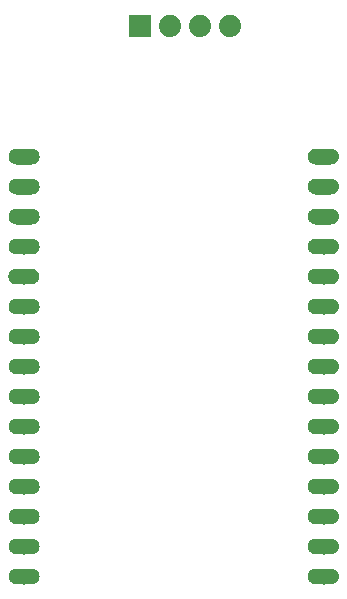
<source format=gtl>
G04 MADE WITH FRITZING*
G04 WWW.FRITZING.ORG*
G04 DOUBLE SIDED*
G04 HOLES PLATED*
G04 CONTOUR ON CENTER OF CONTOUR VECTOR*
%ASAXBY*%
%FSLAX23Y23*%
%MOIN*%
%OFA0B0*%
%SFA1.0B1.0*%
%ADD10C,0.074000*%
%ADD11C,0.052000*%
%ADD12R,0.074000X0.074000*%
%ADD13R,0.001000X0.001000*%
%LNCOPPER1*%
G90*
G70*
G54D10*
X624Y2307D03*
X824Y2307D03*
X524Y2307D03*
X724Y2307D03*
G54D11*
X1135Y469D03*
X1135Y569D03*
X1135Y669D03*
X1135Y769D03*
X1135Y869D03*
X1135Y969D03*
X1135Y1069D03*
X1135Y1169D03*
X1135Y1269D03*
X1135Y1369D03*
X1135Y1469D03*
X1135Y1569D03*
X1135Y1669D03*
X1135Y1769D03*
X1135Y1869D03*
X135Y1869D03*
X135Y1769D03*
X135Y1669D03*
X135Y1569D03*
X135Y1469D03*
X135Y1369D03*
X135Y1269D03*
X135Y1169D03*
X135Y1069D03*
X135Y969D03*
X135Y869D03*
X135Y769D03*
X135Y669D03*
X135Y569D03*
X135Y469D03*
G54D12*
X524Y2307D03*
G54D13*
X104Y1895D02*
X168Y1895D01*
X1101Y1895D02*
X1166Y1895D01*
X101Y1894D02*
X171Y1894D01*
X1098Y1894D02*
X1169Y1894D01*
X99Y1893D02*
X173Y1893D01*
X1096Y1893D02*
X1171Y1893D01*
X97Y1892D02*
X175Y1892D01*
X1094Y1892D02*
X1172Y1892D01*
X96Y1891D02*
X177Y1891D01*
X1093Y1891D02*
X1174Y1891D01*
X94Y1890D02*
X178Y1890D01*
X1092Y1890D02*
X1175Y1890D01*
X93Y1889D02*
X179Y1889D01*
X1090Y1889D02*
X1176Y1889D01*
X92Y1888D02*
X180Y1888D01*
X1089Y1888D02*
X1178Y1888D01*
X91Y1887D02*
X181Y1887D01*
X1089Y1887D02*
X1178Y1887D01*
X91Y1886D02*
X182Y1886D01*
X1088Y1886D02*
X1179Y1886D01*
X90Y1885D02*
X131Y1885D01*
X142Y1885D02*
X183Y1885D01*
X1087Y1885D02*
X1127Y1885D01*
X1138Y1885D02*
X1180Y1885D01*
X89Y1884D02*
X128Y1884D01*
X144Y1884D02*
X184Y1884D01*
X1086Y1884D02*
X1125Y1884D01*
X1141Y1884D02*
X1181Y1884D01*
X88Y1883D02*
X127Y1883D01*
X146Y1883D02*
X184Y1883D01*
X1086Y1883D02*
X1123Y1883D01*
X1142Y1883D02*
X1181Y1883D01*
X88Y1882D02*
X125Y1882D01*
X147Y1882D02*
X185Y1882D01*
X1085Y1882D02*
X1122Y1882D01*
X1144Y1882D02*
X1182Y1882D01*
X87Y1881D02*
X124Y1881D01*
X148Y1881D02*
X185Y1881D01*
X1085Y1881D02*
X1121Y1881D01*
X1145Y1881D02*
X1182Y1881D01*
X87Y1880D02*
X123Y1880D01*
X149Y1880D02*
X186Y1880D01*
X1084Y1880D02*
X1120Y1880D01*
X1146Y1880D02*
X1183Y1880D01*
X86Y1879D02*
X123Y1879D01*
X150Y1879D02*
X186Y1879D01*
X1084Y1879D02*
X1119Y1879D01*
X1146Y1879D02*
X1183Y1879D01*
X86Y1878D02*
X122Y1878D01*
X151Y1878D02*
X186Y1878D01*
X1083Y1878D02*
X1118Y1878D01*
X1147Y1878D02*
X1184Y1878D01*
X86Y1877D02*
X121Y1877D01*
X151Y1877D02*
X187Y1877D01*
X1083Y1877D02*
X1118Y1877D01*
X1148Y1877D02*
X1184Y1877D01*
X86Y1876D02*
X121Y1876D01*
X152Y1876D02*
X187Y1876D01*
X1083Y1876D02*
X1117Y1876D01*
X1148Y1876D02*
X1184Y1876D01*
X85Y1875D02*
X121Y1875D01*
X152Y1875D02*
X187Y1875D01*
X1082Y1875D02*
X1117Y1875D01*
X1148Y1875D02*
X1184Y1875D01*
X85Y1874D02*
X120Y1874D01*
X152Y1874D02*
X187Y1874D01*
X1082Y1874D02*
X1117Y1874D01*
X1149Y1874D02*
X1185Y1874D01*
X85Y1873D02*
X120Y1873D01*
X153Y1873D02*
X188Y1873D01*
X1082Y1873D02*
X1116Y1873D01*
X1149Y1873D02*
X1185Y1873D01*
X85Y1872D02*
X120Y1872D01*
X153Y1872D02*
X188Y1872D01*
X1082Y1872D02*
X1116Y1872D01*
X1149Y1872D02*
X1185Y1872D01*
X85Y1871D02*
X120Y1871D01*
X153Y1871D02*
X188Y1871D01*
X1082Y1871D02*
X1116Y1871D01*
X1149Y1871D02*
X1185Y1871D01*
X85Y1870D02*
X120Y1870D01*
X153Y1870D02*
X188Y1870D01*
X1082Y1870D02*
X1116Y1870D01*
X1149Y1870D02*
X1185Y1870D01*
X85Y1869D02*
X120Y1869D01*
X153Y1869D02*
X188Y1869D01*
X1082Y1869D02*
X1116Y1869D01*
X1149Y1869D02*
X1185Y1869D01*
X85Y1868D02*
X120Y1868D01*
X153Y1868D02*
X188Y1868D01*
X1082Y1868D02*
X1116Y1868D01*
X1149Y1868D02*
X1185Y1868D01*
X85Y1867D02*
X120Y1867D01*
X153Y1867D02*
X188Y1867D01*
X1082Y1867D02*
X1116Y1867D01*
X1149Y1867D02*
X1185Y1867D01*
X85Y1866D02*
X120Y1866D01*
X153Y1866D02*
X187Y1866D01*
X1082Y1866D02*
X1116Y1866D01*
X1149Y1866D02*
X1185Y1866D01*
X85Y1865D02*
X120Y1865D01*
X152Y1865D02*
X187Y1865D01*
X1082Y1865D02*
X1117Y1865D01*
X1149Y1865D02*
X1184Y1865D01*
X86Y1864D02*
X121Y1864D01*
X152Y1864D02*
X187Y1864D01*
X1083Y1864D02*
X1117Y1864D01*
X1148Y1864D02*
X1184Y1864D01*
X86Y1863D02*
X121Y1863D01*
X151Y1863D02*
X187Y1863D01*
X1083Y1863D02*
X1118Y1863D01*
X1148Y1863D02*
X1184Y1863D01*
X86Y1862D02*
X122Y1862D01*
X151Y1862D02*
X186Y1862D01*
X1083Y1862D02*
X1118Y1862D01*
X1147Y1862D02*
X1184Y1862D01*
X86Y1861D02*
X122Y1861D01*
X150Y1861D02*
X186Y1861D01*
X1084Y1861D02*
X1119Y1861D01*
X1147Y1861D02*
X1183Y1861D01*
X87Y1860D02*
X123Y1860D01*
X150Y1860D02*
X186Y1860D01*
X1084Y1860D02*
X1119Y1860D01*
X1146Y1860D02*
X1183Y1860D01*
X87Y1859D02*
X124Y1859D01*
X149Y1859D02*
X185Y1859D01*
X1084Y1859D02*
X1120Y1859D01*
X1145Y1859D02*
X1182Y1859D01*
X88Y1858D02*
X125Y1858D01*
X148Y1858D02*
X185Y1858D01*
X1085Y1858D02*
X1121Y1858D01*
X1144Y1858D02*
X1182Y1858D01*
X88Y1857D02*
X126Y1857D01*
X146Y1857D02*
X184Y1857D01*
X1086Y1857D02*
X1123Y1857D01*
X1143Y1857D02*
X1181Y1857D01*
X89Y1856D02*
X128Y1856D01*
X145Y1856D02*
X184Y1856D01*
X1086Y1856D02*
X1124Y1856D01*
X1141Y1856D02*
X1181Y1856D01*
X90Y1855D02*
X130Y1855D01*
X143Y1855D02*
X183Y1855D01*
X1087Y1855D02*
X1126Y1855D01*
X1139Y1855D02*
X1180Y1855D01*
X90Y1854D02*
X134Y1854D01*
X139Y1854D02*
X182Y1854D01*
X1088Y1854D02*
X1130Y1854D01*
X1135Y1854D02*
X1179Y1854D01*
X91Y1853D02*
X181Y1853D01*
X1088Y1853D02*
X1178Y1853D01*
X92Y1852D02*
X181Y1852D01*
X1089Y1852D02*
X1178Y1852D01*
X93Y1851D02*
X179Y1851D01*
X1090Y1851D02*
X1177Y1851D01*
X94Y1850D02*
X178Y1850D01*
X1091Y1850D02*
X1175Y1850D01*
X96Y1849D02*
X177Y1849D01*
X1093Y1849D02*
X1174Y1849D01*
X97Y1848D02*
X176Y1848D01*
X1094Y1848D02*
X1173Y1848D01*
X99Y1847D02*
X174Y1847D01*
X1096Y1847D02*
X1171Y1847D01*
X101Y1846D02*
X172Y1846D01*
X1098Y1846D02*
X1169Y1846D01*
X103Y1845D02*
X169Y1845D01*
X1101Y1845D02*
X1166Y1845D01*
X110Y1844D02*
X163Y1844D01*
X1107Y1844D02*
X1160Y1844D01*
X104Y1795D02*
X169Y1795D01*
X1101Y1795D02*
X1166Y1795D01*
X101Y1794D02*
X172Y1794D01*
X1098Y1794D02*
X1169Y1794D01*
X99Y1793D02*
X174Y1793D01*
X1096Y1793D02*
X1171Y1793D01*
X97Y1792D02*
X175Y1792D01*
X1094Y1792D02*
X1173Y1792D01*
X96Y1791D02*
X177Y1791D01*
X1093Y1791D02*
X1174Y1791D01*
X94Y1790D02*
X178Y1790D01*
X1092Y1790D02*
X1175Y1790D01*
X93Y1789D02*
X179Y1789D01*
X1090Y1789D02*
X1177Y1789D01*
X92Y1788D02*
X180Y1788D01*
X1089Y1788D02*
X1178Y1788D01*
X91Y1787D02*
X181Y1787D01*
X1088Y1787D02*
X1178Y1787D01*
X91Y1786D02*
X182Y1786D01*
X1088Y1786D02*
X1179Y1786D01*
X90Y1785D02*
X130Y1785D01*
X142Y1785D02*
X183Y1785D01*
X1087Y1785D02*
X1127Y1785D01*
X1139Y1785D02*
X1180Y1785D01*
X89Y1784D02*
X128Y1784D01*
X144Y1784D02*
X184Y1784D01*
X1086Y1784D02*
X1125Y1784D01*
X1141Y1784D02*
X1181Y1784D01*
X88Y1783D02*
X127Y1783D01*
X146Y1783D02*
X184Y1783D01*
X1086Y1783D02*
X1123Y1783D01*
X1143Y1783D02*
X1181Y1783D01*
X88Y1782D02*
X125Y1782D01*
X147Y1782D02*
X185Y1782D01*
X1085Y1782D02*
X1122Y1782D01*
X1144Y1782D02*
X1182Y1782D01*
X87Y1781D02*
X124Y1781D01*
X148Y1781D02*
X185Y1781D01*
X1085Y1781D02*
X1121Y1781D01*
X1145Y1781D02*
X1182Y1781D01*
X87Y1780D02*
X123Y1780D01*
X149Y1780D02*
X186Y1780D01*
X1084Y1780D02*
X1120Y1780D01*
X1146Y1780D02*
X1183Y1780D01*
X86Y1779D02*
X123Y1779D01*
X150Y1779D02*
X186Y1779D01*
X1084Y1779D02*
X1119Y1779D01*
X1147Y1779D02*
X1183Y1779D01*
X86Y1778D02*
X122Y1778D01*
X151Y1778D02*
X186Y1778D01*
X1083Y1778D02*
X1118Y1778D01*
X1147Y1778D02*
X1184Y1778D01*
X86Y1777D02*
X121Y1777D01*
X151Y1777D02*
X187Y1777D01*
X1083Y1777D02*
X1118Y1777D01*
X1148Y1777D02*
X1184Y1777D01*
X86Y1776D02*
X121Y1776D01*
X152Y1776D02*
X187Y1776D01*
X1083Y1776D02*
X1117Y1776D01*
X1148Y1776D02*
X1184Y1776D01*
X85Y1775D02*
X121Y1775D01*
X152Y1775D02*
X187Y1775D01*
X1082Y1775D02*
X1117Y1775D01*
X1149Y1775D02*
X1184Y1775D01*
X85Y1774D02*
X120Y1774D01*
X152Y1774D02*
X187Y1774D01*
X1082Y1774D02*
X1117Y1774D01*
X1149Y1774D02*
X1185Y1774D01*
X85Y1773D02*
X120Y1773D01*
X153Y1773D02*
X188Y1773D01*
X1082Y1773D02*
X1116Y1773D01*
X1149Y1773D02*
X1185Y1773D01*
X85Y1772D02*
X120Y1772D01*
X153Y1772D02*
X188Y1772D01*
X1082Y1772D02*
X1116Y1772D01*
X1149Y1772D02*
X1185Y1772D01*
X85Y1771D02*
X120Y1771D01*
X153Y1771D02*
X188Y1771D01*
X1082Y1771D02*
X1116Y1771D01*
X1149Y1771D02*
X1185Y1771D01*
X85Y1770D02*
X120Y1770D01*
X153Y1770D02*
X188Y1770D01*
X1082Y1770D02*
X1116Y1770D01*
X1149Y1770D02*
X1185Y1770D01*
X85Y1769D02*
X120Y1769D01*
X153Y1769D02*
X188Y1769D01*
X1082Y1769D02*
X1116Y1769D01*
X1149Y1769D02*
X1185Y1769D01*
X85Y1768D02*
X120Y1768D01*
X153Y1768D02*
X188Y1768D01*
X1082Y1768D02*
X1116Y1768D01*
X1149Y1768D02*
X1185Y1768D01*
X85Y1767D02*
X120Y1767D01*
X153Y1767D02*
X188Y1767D01*
X1082Y1767D02*
X1116Y1767D01*
X1149Y1767D02*
X1185Y1767D01*
X85Y1766D02*
X120Y1766D01*
X152Y1766D02*
X187Y1766D01*
X1082Y1766D02*
X1117Y1766D01*
X1149Y1766D02*
X1185Y1766D01*
X85Y1765D02*
X120Y1765D01*
X152Y1765D02*
X187Y1765D01*
X1082Y1765D02*
X1117Y1765D01*
X1149Y1765D02*
X1184Y1765D01*
X86Y1764D02*
X121Y1764D01*
X152Y1764D02*
X187Y1764D01*
X1083Y1764D02*
X1117Y1764D01*
X1148Y1764D02*
X1184Y1764D01*
X86Y1763D02*
X121Y1763D01*
X151Y1763D02*
X187Y1763D01*
X1083Y1763D02*
X1118Y1763D01*
X1148Y1763D02*
X1184Y1763D01*
X86Y1762D02*
X122Y1762D01*
X151Y1762D02*
X186Y1762D01*
X1083Y1762D02*
X1118Y1762D01*
X1147Y1762D02*
X1184Y1762D01*
X86Y1761D02*
X122Y1761D01*
X150Y1761D02*
X186Y1761D01*
X1084Y1761D02*
X1119Y1761D01*
X1147Y1761D02*
X1183Y1761D01*
X87Y1760D02*
X123Y1760D01*
X150Y1760D02*
X186Y1760D01*
X1084Y1760D02*
X1119Y1760D01*
X1146Y1760D02*
X1183Y1760D01*
X87Y1759D02*
X124Y1759D01*
X149Y1759D02*
X185Y1759D01*
X1084Y1759D02*
X1120Y1759D01*
X1145Y1759D02*
X1182Y1759D01*
X88Y1758D02*
X125Y1758D01*
X148Y1758D02*
X185Y1758D01*
X1085Y1758D02*
X1121Y1758D01*
X1144Y1758D02*
X1182Y1758D01*
X88Y1757D02*
X126Y1757D01*
X146Y1757D02*
X184Y1757D01*
X1086Y1757D02*
X1123Y1757D01*
X1143Y1757D02*
X1181Y1757D01*
X89Y1756D02*
X128Y1756D01*
X145Y1756D02*
X184Y1756D01*
X1086Y1756D02*
X1124Y1756D01*
X1141Y1756D02*
X1181Y1756D01*
X90Y1755D02*
X130Y1755D01*
X143Y1755D02*
X183Y1755D01*
X1087Y1755D02*
X1126Y1755D01*
X1139Y1755D02*
X1180Y1755D01*
X90Y1754D02*
X134Y1754D01*
X138Y1754D02*
X182Y1754D01*
X1088Y1754D02*
X1131Y1754D01*
X1135Y1754D02*
X1179Y1754D01*
X91Y1753D02*
X181Y1753D01*
X1088Y1753D02*
X1179Y1753D01*
X92Y1752D02*
X180Y1752D01*
X1089Y1752D02*
X1178Y1752D01*
X93Y1751D02*
X179Y1751D01*
X1090Y1751D02*
X1177Y1751D01*
X94Y1750D02*
X178Y1750D01*
X1092Y1750D02*
X1175Y1750D01*
X96Y1749D02*
X177Y1749D01*
X1093Y1749D02*
X1174Y1749D01*
X97Y1748D02*
X176Y1748D01*
X1094Y1748D02*
X1173Y1748D01*
X99Y1747D02*
X174Y1747D01*
X1096Y1747D02*
X1171Y1747D01*
X101Y1746D02*
X172Y1746D01*
X1098Y1746D02*
X1169Y1746D01*
X104Y1745D02*
X169Y1745D01*
X1101Y1745D02*
X1166Y1745D01*
X110Y1744D02*
X162Y1744D01*
X1107Y1744D02*
X1160Y1744D01*
X104Y1695D02*
X169Y1695D01*
X1101Y1695D02*
X1166Y1695D01*
X101Y1694D02*
X172Y1694D01*
X1098Y1694D02*
X1169Y1694D01*
X99Y1693D02*
X174Y1693D01*
X1096Y1693D02*
X1171Y1693D01*
X97Y1692D02*
X175Y1692D01*
X1094Y1692D02*
X1173Y1692D01*
X96Y1691D02*
X177Y1691D01*
X1093Y1691D02*
X1174Y1691D01*
X94Y1690D02*
X178Y1690D01*
X1092Y1690D02*
X1175Y1690D01*
X93Y1689D02*
X179Y1689D01*
X1090Y1689D02*
X1176Y1689D01*
X92Y1688D02*
X180Y1688D01*
X1089Y1688D02*
X1178Y1688D01*
X91Y1687D02*
X181Y1687D01*
X1088Y1687D02*
X1178Y1687D01*
X90Y1686D02*
X182Y1686D01*
X1088Y1686D02*
X1179Y1686D01*
X90Y1685D02*
X130Y1685D01*
X142Y1685D02*
X183Y1685D01*
X1087Y1685D02*
X1127Y1685D01*
X1139Y1685D02*
X1180Y1685D01*
X89Y1684D02*
X128Y1684D01*
X145Y1684D02*
X184Y1684D01*
X1086Y1684D02*
X1124Y1684D01*
X1141Y1684D02*
X1181Y1684D01*
X88Y1683D02*
X126Y1683D01*
X146Y1683D02*
X184Y1683D01*
X1086Y1683D02*
X1123Y1683D01*
X1143Y1683D02*
X1181Y1683D01*
X88Y1682D02*
X125Y1682D01*
X147Y1682D02*
X185Y1682D01*
X1085Y1682D02*
X1122Y1682D01*
X1144Y1682D02*
X1182Y1682D01*
X87Y1681D02*
X124Y1681D01*
X149Y1681D02*
X185Y1681D01*
X1085Y1681D02*
X1120Y1681D01*
X1145Y1681D02*
X1182Y1681D01*
X87Y1680D02*
X123Y1680D01*
X149Y1680D02*
X186Y1680D01*
X1084Y1680D02*
X1120Y1680D01*
X1146Y1680D02*
X1183Y1680D01*
X86Y1679D02*
X122Y1679D01*
X150Y1679D02*
X186Y1679D01*
X1084Y1679D02*
X1119Y1679D01*
X1146Y1679D02*
X1183Y1679D01*
X86Y1678D02*
X122Y1678D01*
X151Y1678D02*
X186Y1678D01*
X1083Y1678D02*
X1118Y1678D01*
X1147Y1678D02*
X1184Y1678D01*
X86Y1677D02*
X121Y1677D01*
X151Y1677D02*
X187Y1677D01*
X1083Y1677D02*
X1118Y1677D01*
X1148Y1677D02*
X1184Y1677D01*
X86Y1676D02*
X121Y1676D01*
X152Y1676D02*
X187Y1676D01*
X1083Y1676D02*
X1117Y1676D01*
X1148Y1676D02*
X1184Y1676D01*
X85Y1675D02*
X120Y1675D01*
X152Y1675D02*
X187Y1675D01*
X1082Y1675D02*
X1117Y1675D01*
X1148Y1675D02*
X1184Y1675D01*
X85Y1674D02*
X120Y1674D01*
X152Y1674D02*
X187Y1674D01*
X1082Y1674D02*
X1117Y1674D01*
X1149Y1674D02*
X1185Y1674D01*
X85Y1673D02*
X120Y1673D01*
X153Y1673D02*
X188Y1673D01*
X1082Y1673D02*
X1116Y1673D01*
X1149Y1673D02*
X1185Y1673D01*
X85Y1672D02*
X120Y1672D01*
X153Y1672D02*
X188Y1672D01*
X1082Y1672D02*
X1116Y1672D01*
X1149Y1672D02*
X1185Y1672D01*
X85Y1671D02*
X120Y1671D01*
X153Y1671D02*
X188Y1671D01*
X1082Y1671D02*
X1116Y1671D01*
X1149Y1671D02*
X1185Y1671D01*
X85Y1670D02*
X120Y1670D01*
X153Y1670D02*
X188Y1670D01*
X1082Y1670D02*
X1116Y1670D01*
X1149Y1670D02*
X1185Y1670D01*
X85Y1669D02*
X120Y1669D01*
X153Y1669D02*
X188Y1669D01*
X1082Y1669D02*
X1116Y1669D01*
X1149Y1669D02*
X1185Y1669D01*
X85Y1668D02*
X120Y1668D01*
X153Y1668D02*
X188Y1668D01*
X1082Y1668D02*
X1116Y1668D01*
X1149Y1668D02*
X1185Y1668D01*
X85Y1667D02*
X120Y1667D01*
X153Y1667D02*
X188Y1667D01*
X1082Y1667D02*
X1116Y1667D01*
X1149Y1667D02*
X1185Y1667D01*
X85Y1666D02*
X120Y1666D01*
X152Y1666D02*
X187Y1666D01*
X1082Y1666D02*
X1117Y1666D01*
X1149Y1666D02*
X1185Y1666D01*
X85Y1665D02*
X120Y1665D01*
X152Y1665D02*
X187Y1665D01*
X1082Y1665D02*
X1117Y1665D01*
X1149Y1665D02*
X1184Y1665D01*
X86Y1664D02*
X121Y1664D01*
X152Y1664D02*
X187Y1664D01*
X1083Y1664D02*
X1117Y1664D01*
X1148Y1664D02*
X1184Y1664D01*
X86Y1663D02*
X121Y1663D01*
X151Y1663D02*
X187Y1663D01*
X1083Y1663D02*
X1118Y1663D01*
X1148Y1663D02*
X1184Y1663D01*
X86Y1662D02*
X122Y1662D01*
X151Y1662D02*
X186Y1662D01*
X1083Y1662D02*
X1118Y1662D01*
X1147Y1662D02*
X1184Y1662D01*
X86Y1661D02*
X122Y1661D01*
X150Y1661D02*
X186Y1661D01*
X1084Y1661D02*
X1119Y1661D01*
X1147Y1661D02*
X1183Y1661D01*
X87Y1660D02*
X123Y1660D01*
X150Y1660D02*
X186Y1660D01*
X1084Y1660D02*
X1119Y1660D01*
X1146Y1660D02*
X1183Y1660D01*
X87Y1659D02*
X124Y1659D01*
X149Y1659D02*
X185Y1659D01*
X1084Y1659D02*
X1120Y1659D01*
X1145Y1659D02*
X1182Y1659D01*
X88Y1658D02*
X125Y1658D01*
X148Y1658D02*
X185Y1658D01*
X1085Y1658D02*
X1121Y1658D01*
X1144Y1658D02*
X1182Y1658D01*
X88Y1657D02*
X126Y1657D01*
X146Y1657D02*
X184Y1657D01*
X1086Y1657D02*
X1123Y1657D01*
X1143Y1657D02*
X1181Y1657D01*
X89Y1656D02*
X128Y1656D01*
X145Y1656D02*
X184Y1656D01*
X1086Y1656D02*
X1124Y1656D01*
X1141Y1656D02*
X1181Y1656D01*
X90Y1655D02*
X130Y1655D01*
X143Y1655D02*
X183Y1655D01*
X1087Y1655D02*
X1126Y1655D01*
X1139Y1655D02*
X1180Y1655D01*
X90Y1654D02*
X135Y1654D01*
X138Y1654D02*
X182Y1654D01*
X1088Y1654D02*
X1131Y1654D01*
X1134Y1654D02*
X1179Y1654D01*
X91Y1653D02*
X181Y1653D01*
X1088Y1653D02*
X1178Y1653D01*
X92Y1652D02*
X180Y1652D01*
X1089Y1652D02*
X1178Y1652D01*
X93Y1651D02*
X179Y1651D01*
X1090Y1651D02*
X1177Y1651D01*
X94Y1650D02*
X178Y1650D01*
X1092Y1650D02*
X1175Y1650D01*
X96Y1649D02*
X177Y1649D01*
X1093Y1649D02*
X1174Y1649D01*
X97Y1648D02*
X175Y1648D01*
X1094Y1648D02*
X1173Y1648D01*
X99Y1647D02*
X174Y1647D01*
X1096Y1647D02*
X1171Y1647D01*
X101Y1646D02*
X172Y1646D01*
X1098Y1646D02*
X1169Y1646D01*
X104Y1645D02*
X169Y1645D01*
X1101Y1645D02*
X1166Y1645D01*
X111Y1644D02*
X162Y1644D01*
X1108Y1644D02*
X1159Y1644D01*
X111Y1596D02*
X162Y1596D01*
X1108Y1596D02*
X1159Y1596D01*
X104Y1595D02*
X169Y1595D01*
X1101Y1595D02*
X1166Y1595D01*
X101Y1594D02*
X172Y1594D01*
X1098Y1594D02*
X1169Y1594D01*
X99Y1593D02*
X174Y1593D01*
X1096Y1593D02*
X1171Y1593D01*
X97Y1592D02*
X175Y1592D01*
X1094Y1592D02*
X1173Y1592D01*
X96Y1591D02*
X177Y1591D01*
X1093Y1591D02*
X1174Y1591D01*
X94Y1590D02*
X178Y1590D01*
X1092Y1590D02*
X1175Y1590D01*
X93Y1589D02*
X179Y1589D01*
X1090Y1589D02*
X1177Y1589D01*
X92Y1588D02*
X180Y1588D01*
X1089Y1588D02*
X1178Y1588D01*
X91Y1587D02*
X181Y1587D01*
X1088Y1587D02*
X1178Y1587D01*
X90Y1586D02*
X182Y1586D01*
X1088Y1586D02*
X1179Y1586D01*
X90Y1585D02*
X130Y1585D01*
X142Y1585D02*
X183Y1585D01*
X1087Y1585D02*
X1127Y1585D01*
X1139Y1585D02*
X1180Y1585D01*
X89Y1584D02*
X128Y1584D01*
X145Y1584D02*
X184Y1584D01*
X1086Y1584D02*
X1124Y1584D01*
X1141Y1584D02*
X1181Y1584D01*
X88Y1583D02*
X126Y1583D01*
X146Y1583D02*
X184Y1583D01*
X1086Y1583D02*
X1123Y1583D01*
X1143Y1583D02*
X1181Y1583D01*
X88Y1582D02*
X125Y1582D01*
X148Y1582D02*
X185Y1582D01*
X1085Y1582D02*
X1121Y1582D01*
X1144Y1582D02*
X1182Y1582D01*
X87Y1581D02*
X124Y1581D01*
X149Y1581D02*
X185Y1581D01*
X1084Y1581D02*
X1120Y1581D01*
X1145Y1581D02*
X1182Y1581D01*
X87Y1580D02*
X123Y1580D01*
X150Y1580D02*
X186Y1580D01*
X1084Y1580D02*
X1119Y1580D01*
X1146Y1580D02*
X1183Y1580D01*
X86Y1579D02*
X122Y1579D01*
X150Y1579D02*
X186Y1579D01*
X1084Y1579D02*
X1119Y1579D01*
X1147Y1579D02*
X1183Y1579D01*
X86Y1578D02*
X122Y1578D01*
X151Y1578D02*
X186Y1578D01*
X1083Y1578D02*
X1118Y1578D01*
X1147Y1578D02*
X1184Y1578D01*
X86Y1577D02*
X121Y1577D01*
X151Y1577D02*
X187Y1577D01*
X1083Y1577D02*
X1118Y1577D01*
X1148Y1577D02*
X1184Y1577D01*
X86Y1576D02*
X121Y1576D01*
X152Y1576D02*
X187Y1576D01*
X1083Y1576D02*
X1117Y1576D01*
X1148Y1576D02*
X1184Y1576D01*
X85Y1575D02*
X120Y1575D01*
X152Y1575D02*
X187Y1575D01*
X1082Y1575D02*
X1117Y1575D01*
X1149Y1575D02*
X1184Y1575D01*
X85Y1574D02*
X120Y1574D01*
X153Y1574D02*
X187Y1574D01*
X1082Y1574D02*
X1116Y1574D01*
X1149Y1574D02*
X1185Y1574D01*
X85Y1573D02*
X120Y1573D01*
X153Y1573D02*
X188Y1573D01*
X1082Y1573D02*
X1116Y1573D01*
X1149Y1573D02*
X1185Y1573D01*
X85Y1572D02*
X120Y1572D01*
X153Y1572D02*
X188Y1572D01*
X1082Y1572D02*
X1116Y1572D01*
X1149Y1572D02*
X1185Y1572D01*
X85Y1571D02*
X120Y1571D01*
X153Y1571D02*
X188Y1571D01*
X1082Y1571D02*
X1116Y1571D01*
X1149Y1571D02*
X1185Y1571D01*
X85Y1570D02*
X120Y1570D01*
X153Y1570D02*
X188Y1570D01*
X1082Y1570D02*
X1116Y1570D01*
X1149Y1570D02*
X1185Y1570D01*
X85Y1569D02*
X120Y1569D01*
X153Y1569D02*
X188Y1569D01*
X1082Y1569D02*
X1116Y1569D01*
X1149Y1569D02*
X1185Y1569D01*
X85Y1568D02*
X120Y1568D01*
X153Y1568D02*
X188Y1568D01*
X1082Y1568D02*
X1116Y1568D01*
X1149Y1568D02*
X1185Y1568D01*
X85Y1567D02*
X120Y1567D01*
X153Y1567D02*
X188Y1567D01*
X1082Y1567D02*
X1116Y1567D01*
X1149Y1567D02*
X1185Y1567D01*
X85Y1566D02*
X120Y1566D01*
X153Y1566D02*
X187Y1566D01*
X1082Y1566D02*
X1116Y1566D01*
X1149Y1566D02*
X1185Y1566D01*
X85Y1565D02*
X120Y1565D01*
X152Y1565D02*
X187Y1565D01*
X1082Y1565D02*
X1117Y1565D01*
X1149Y1565D02*
X1184Y1565D01*
X86Y1564D02*
X121Y1564D01*
X152Y1564D02*
X187Y1564D01*
X1083Y1564D02*
X1117Y1564D01*
X1148Y1564D02*
X1184Y1564D01*
X86Y1563D02*
X121Y1563D01*
X151Y1563D02*
X187Y1563D01*
X1083Y1563D02*
X1118Y1563D01*
X1148Y1563D02*
X1184Y1563D01*
X86Y1562D02*
X122Y1562D01*
X151Y1562D02*
X186Y1562D01*
X1083Y1562D02*
X1118Y1562D01*
X1147Y1562D02*
X1184Y1562D01*
X86Y1561D02*
X122Y1561D01*
X150Y1561D02*
X186Y1561D01*
X1084Y1561D02*
X1119Y1561D01*
X1147Y1561D02*
X1183Y1561D01*
X87Y1560D02*
X123Y1560D01*
X150Y1560D02*
X186Y1560D01*
X1084Y1560D02*
X1119Y1560D01*
X1146Y1560D02*
X1183Y1560D01*
X87Y1559D02*
X124Y1559D01*
X149Y1559D02*
X185Y1559D01*
X1085Y1559D02*
X1120Y1559D01*
X1145Y1559D02*
X1182Y1559D01*
X88Y1558D02*
X125Y1558D01*
X148Y1558D02*
X185Y1558D01*
X1085Y1558D02*
X1121Y1558D01*
X1144Y1558D02*
X1182Y1558D01*
X88Y1557D02*
X126Y1557D01*
X146Y1557D02*
X184Y1557D01*
X1086Y1557D02*
X1123Y1557D01*
X1143Y1557D02*
X1181Y1557D01*
X89Y1556D02*
X128Y1556D01*
X145Y1556D02*
X184Y1556D01*
X1086Y1556D02*
X1124Y1556D01*
X1141Y1556D02*
X1181Y1556D01*
X90Y1555D02*
X130Y1555D01*
X143Y1555D02*
X183Y1555D01*
X1087Y1555D02*
X1126Y1555D01*
X1139Y1555D02*
X1180Y1555D01*
X90Y1554D02*
X182Y1554D01*
X1088Y1554D02*
X1179Y1554D01*
X91Y1553D02*
X181Y1553D01*
X1088Y1553D02*
X1178Y1553D01*
X92Y1552D02*
X180Y1552D01*
X1089Y1552D02*
X1178Y1552D01*
X93Y1551D02*
X179Y1551D01*
X1090Y1551D02*
X1177Y1551D01*
X94Y1550D02*
X178Y1550D01*
X1092Y1550D02*
X1175Y1550D01*
X96Y1549D02*
X177Y1549D01*
X1093Y1549D02*
X1174Y1549D01*
X97Y1548D02*
X175Y1548D01*
X1094Y1548D02*
X1173Y1548D01*
X99Y1547D02*
X174Y1547D01*
X1096Y1547D02*
X1171Y1547D01*
X101Y1546D02*
X172Y1546D01*
X1098Y1546D02*
X1169Y1546D01*
X104Y1545D02*
X169Y1545D01*
X1101Y1545D02*
X1166Y1545D01*
X109Y1496D02*
X161Y1496D01*
X1107Y1496D02*
X1160Y1496D01*
X103Y1495D02*
X168Y1495D01*
X1101Y1495D02*
X1166Y1495D01*
X100Y1494D02*
X171Y1494D01*
X1098Y1494D02*
X1169Y1494D01*
X98Y1493D02*
X173Y1493D01*
X1096Y1493D02*
X1171Y1493D01*
X96Y1492D02*
X175Y1492D01*
X1094Y1492D02*
X1173Y1492D01*
X95Y1491D02*
X176Y1491D01*
X1093Y1491D02*
X1174Y1491D01*
X93Y1490D02*
X177Y1490D01*
X1091Y1490D02*
X1175Y1490D01*
X92Y1489D02*
X178Y1489D01*
X1090Y1489D02*
X1177Y1489D01*
X91Y1488D02*
X179Y1488D01*
X1089Y1488D02*
X1178Y1488D01*
X90Y1487D02*
X180Y1487D01*
X1088Y1487D02*
X1178Y1487D01*
X89Y1486D02*
X181Y1486D01*
X1088Y1486D02*
X1179Y1486D01*
X89Y1485D02*
X129Y1485D01*
X141Y1485D02*
X182Y1485D01*
X1087Y1485D02*
X1127Y1485D01*
X1138Y1485D02*
X1180Y1485D01*
X88Y1484D02*
X127Y1484D01*
X143Y1484D02*
X183Y1484D01*
X1086Y1484D02*
X1125Y1484D01*
X1141Y1484D02*
X1181Y1484D01*
X87Y1483D02*
X126Y1483D01*
X145Y1483D02*
X183Y1483D01*
X1086Y1483D02*
X1123Y1483D01*
X1142Y1483D02*
X1181Y1483D01*
X87Y1482D02*
X124Y1482D01*
X146Y1482D02*
X184Y1482D01*
X1085Y1482D02*
X1122Y1482D01*
X1144Y1482D02*
X1182Y1482D01*
X86Y1481D02*
X123Y1481D01*
X147Y1481D02*
X184Y1481D01*
X1084Y1481D02*
X1121Y1481D01*
X1145Y1481D02*
X1182Y1481D01*
X86Y1480D02*
X122Y1480D01*
X148Y1480D02*
X185Y1480D01*
X1084Y1480D02*
X1120Y1480D01*
X1146Y1480D02*
X1183Y1480D01*
X85Y1479D02*
X122Y1479D01*
X149Y1479D02*
X185Y1479D01*
X1084Y1479D02*
X1119Y1479D01*
X1146Y1479D02*
X1183Y1479D01*
X85Y1478D02*
X121Y1478D01*
X150Y1478D02*
X185Y1478D01*
X1083Y1478D02*
X1118Y1478D01*
X1147Y1478D02*
X1184Y1478D01*
X85Y1477D02*
X120Y1477D01*
X150Y1477D02*
X186Y1477D01*
X1083Y1477D02*
X1118Y1477D01*
X1147Y1477D02*
X1184Y1477D01*
X85Y1476D02*
X120Y1476D01*
X151Y1476D02*
X186Y1476D01*
X1083Y1476D02*
X1117Y1476D01*
X1148Y1476D02*
X1184Y1476D01*
X84Y1475D02*
X120Y1475D01*
X151Y1475D02*
X186Y1475D01*
X1082Y1475D02*
X1117Y1475D01*
X1148Y1475D02*
X1184Y1475D01*
X84Y1474D02*
X119Y1474D01*
X151Y1474D02*
X186Y1474D01*
X1082Y1474D02*
X1117Y1474D01*
X1149Y1474D02*
X1185Y1474D01*
X84Y1473D02*
X119Y1473D01*
X151Y1473D02*
X187Y1473D01*
X1082Y1473D02*
X1117Y1473D01*
X1149Y1473D02*
X1185Y1473D01*
X84Y1472D02*
X119Y1472D01*
X152Y1472D02*
X187Y1472D01*
X1082Y1472D02*
X1116Y1472D01*
X1149Y1472D02*
X1185Y1472D01*
X84Y1471D02*
X119Y1471D01*
X152Y1471D02*
X187Y1471D01*
X1082Y1471D02*
X1116Y1471D01*
X1149Y1471D02*
X1185Y1471D01*
X84Y1470D02*
X119Y1470D01*
X152Y1470D02*
X187Y1470D01*
X1082Y1470D02*
X1116Y1470D01*
X1149Y1470D02*
X1185Y1470D01*
X84Y1469D02*
X119Y1469D01*
X152Y1469D02*
X187Y1469D01*
X1082Y1469D02*
X1116Y1469D01*
X1149Y1469D02*
X1185Y1469D01*
X84Y1468D02*
X119Y1468D01*
X152Y1468D02*
X187Y1468D01*
X1082Y1468D02*
X1116Y1468D01*
X1149Y1468D02*
X1185Y1468D01*
X84Y1467D02*
X119Y1467D01*
X151Y1467D02*
X187Y1467D01*
X1082Y1467D02*
X1117Y1467D01*
X1149Y1467D02*
X1185Y1467D01*
X84Y1466D02*
X119Y1466D01*
X151Y1466D02*
X186Y1466D01*
X1082Y1466D02*
X1117Y1466D01*
X1149Y1466D02*
X1185Y1466D01*
X84Y1465D02*
X120Y1465D01*
X151Y1465D02*
X186Y1465D01*
X1082Y1465D02*
X1117Y1465D01*
X1148Y1465D02*
X1184Y1465D01*
X85Y1464D02*
X120Y1464D01*
X151Y1464D02*
X186Y1464D01*
X1083Y1464D02*
X1117Y1464D01*
X1148Y1464D02*
X1184Y1464D01*
X85Y1463D02*
X120Y1463D01*
X150Y1463D02*
X186Y1463D01*
X1083Y1463D02*
X1118Y1463D01*
X1147Y1463D02*
X1184Y1463D01*
X85Y1462D02*
X121Y1462D01*
X150Y1462D02*
X185Y1462D01*
X1083Y1462D02*
X1118Y1462D01*
X1147Y1462D02*
X1184Y1462D01*
X85Y1461D02*
X122Y1461D01*
X149Y1461D02*
X185Y1461D01*
X1084Y1461D02*
X1119Y1461D01*
X1146Y1461D02*
X1183Y1461D01*
X86Y1460D02*
X122Y1460D01*
X148Y1460D02*
X185Y1460D01*
X1084Y1460D02*
X1120Y1460D01*
X1146Y1460D02*
X1183Y1460D01*
X86Y1459D02*
X123Y1459D01*
X147Y1459D02*
X184Y1459D01*
X1085Y1459D02*
X1121Y1459D01*
X1145Y1459D02*
X1182Y1459D01*
X87Y1458D02*
X124Y1458D01*
X146Y1458D02*
X184Y1458D01*
X1085Y1458D02*
X1122Y1458D01*
X1144Y1458D02*
X1182Y1458D01*
X87Y1457D02*
X126Y1457D01*
X145Y1457D02*
X183Y1457D01*
X1086Y1457D02*
X1123Y1457D01*
X1142Y1457D02*
X1181Y1457D01*
X88Y1456D02*
X127Y1456D01*
X143Y1456D02*
X183Y1456D01*
X1086Y1456D02*
X1125Y1456D01*
X1141Y1456D02*
X1181Y1456D01*
X89Y1455D02*
X129Y1455D01*
X141Y1455D02*
X182Y1455D01*
X1087Y1455D02*
X1127Y1455D01*
X1139Y1455D02*
X1180Y1455D01*
X89Y1454D02*
X181Y1454D01*
X1088Y1454D02*
X1179Y1454D01*
X90Y1453D02*
X180Y1453D01*
X1088Y1453D02*
X1178Y1453D01*
X91Y1452D02*
X179Y1452D01*
X1089Y1452D02*
X1178Y1452D01*
X92Y1451D02*
X178Y1451D01*
X1090Y1451D02*
X1176Y1451D01*
X93Y1450D02*
X177Y1450D01*
X1092Y1450D02*
X1175Y1450D01*
X95Y1449D02*
X176Y1449D01*
X1093Y1449D02*
X1174Y1449D01*
X96Y1448D02*
X174Y1448D01*
X1094Y1448D02*
X1173Y1448D01*
X98Y1447D02*
X172Y1447D01*
X1096Y1447D02*
X1171Y1447D01*
X100Y1446D02*
X171Y1446D01*
X1098Y1446D02*
X1169Y1446D01*
X103Y1445D02*
X168Y1445D01*
X1101Y1445D02*
X1166Y1445D01*
X110Y1396D02*
X163Y1396D01*
X1107Y1396D02*
X1160Y1396D01*
X103Y1395D02*
X169Y1395D01*
X1101Y1395D02*
X1166Y1395D01*
X101Y1394D02*
X172Y1394D01*
X1098Y1394D02*
X1169Y1394D01*
X99Y1393D02*
X174Y1393D01*
X1096Y1393D02*
X1171Y1393D01*
X97Y1392D02*
X176Y1392D01*
X1094Y1392D02*
X1173Y1392D01*
X96Y1391D02*
X177Y1391D01*
X1093Y1391D02*
X1174Y1391D01*
X94Y1390D02*
X178Y1390D01*
X1091Y1390D02*
X1175Y1390D01*
X93Y1389D02*
X179Y1389D01*
X1090Y1389D02*
X1177Y1389D01*
X92Y1388D02*
X181Y1388D01*
X1089Y1388D02*
X1178Y1388D01*
X91Y1387D02*
X181Y1387D01*
X1088Y1387D02*
X1178Y1387D01*
X90Y1386D02*
X182Y1386D01*
X1088Y1386D02*
X1179Y1386D01*
X90Y1385D02*
X130Y1385D01*
X142Y1385D02*
X183Y1385D01*
X1087Y1385D02*
X1127Y1385D01*
X1139Y1385D02*
X1180Y1385D01*
X89Y1384D02*
X128Y1384D01*
X144Y1384D02*
X184Y1384D01*
X1086Y1384D02*
X1125Y1384D01*
X1141Y1384D02*
X1181Y1384D01*
X88Y1383D02*
X127Y1383D01*
X146Y1383D02*
X184Y1383D01*
X1086Y1383D02*
X1123Y1383D01*
X1142Y1383D02*
X1181Y1383D01*
X88Y1382D02*
X125Y1382D01*
X147Y1382D02*
X185Y1382D01*
X1085Y1382D02*
X1122Y1382D01*
X1144Y1382D02*
X1182Y1382D01*
X87Y1381D02*
X124Y1381D01*
X148Y1381D02*
X185Y1381D01*
X1084Y1381D02*
X1121Y1381D01*
X1145Y1381D02*
X1182Y1381D01*
X87Y1380D02*
X123Y1380D01*
X149Y1380D02*
X186Y1380D01*
X1084Y1380D02*
X1120Y1380D01*
X1146Y1380D02*
X1183Y1380D01*
X86Y1379D02*
X123Y1379D01*
X150Y1379D02*
X186Y1379D01*
X1084Y1379D02*
X1119Y1379D01*
X1146Y1379D02*
X1183Y1379D01*
X86Y1378D02*
X122Y1378D01*
X151Y1378D02*
X186Y1378D01*
X1083Y1378D02*
X1118Y1378D01*
X1147Y1378D02*
X1184Y1378D01*
X86Y1377D02*
X121Y1377D01*
X151Y1377D02*
X187Y1377D01*
X1083Y1377D02*
X1118Y1377D01*
X1147Y1377D02*
X1184Y1377D01*
X86Y1376D02*
X121Y1376D01*
X152Y1376D02*
X187Y1376D01*
X1083Y1376D02*
X1117Y1376D01*
X1148Y1376D02*
X1184Y1376D01*
X85Y1375D02*
X121Y1375D01*
X152Y1375D02*
X187Y1375D01*
X1082Y1375D02*
X1117Y1375D01*
X1148Y1375D02*
X1184Y1375D01*
X85Y1374D02*
X120Y1374D01*
X152Y1374D02*
X187Y1374D01*
X1082Y1374D02*
X1117Y1374D01*
X1149Y1374D02*
X1185Y1374D01*
X85Y1373D02*
X120Y1373D01*
X152Y1373D02*
X188Y1373D01*
X1082Y1373D02*
X1116Y1373D01*
X1149Y1373D02*
X1185Y1373D01*
X85Y1372D02*
X120Y1372D01*
X153Y1372D02*
X188Y1372D01*
X1082Y1372D02*
X1116Y1372D01*
X1149Y1372D02*
X1185Y1372D01*
X85Y1371D02*
X120Y1371D01*
X153Y1371D02*
X188Y1371D01*
X1082Y1371D02*
X1116Y1371D01*
X1149Y1371D02*
X1185Y1371D01*
X85Y1370D02*
X120Y1370D01*
X153Y1370D02*
X188Y1370D01*
X1082Y1370D02*
X1116Y1370D01*
X1149Y1370D02*
X1185Y1370D01*
X85Y1369D02*
X120Y1369D01*
X153Y1369D02*
X188Y1369D01*
X1082Y1369D02*
X1116Y1369D01*
X1149Y1369D02*
X1185Y1369D01*
X85Y1368D02*
X120Y1368D01*
X153Y1368D02*
X188Y1368D01*
X1082Y1368D02*
X1116Y1368D01*
X1149Y1368D02*
X1185Y1368D01*
X85Y1367D02*
X120Y1367D01*
X152Y1367D02*
X188Y1367D01*
X1082Y1367D02*
X1117Y1367D01*
X1149Y1367D02*
X1185Y1367D01*
X85Y1366D02*
X120Y1366D01*
X152Y1366D02*
X187Y1366D01*
X1082Y1366D02*
X1117Y1366D01*
X1149Y1366D02*
X1185Y1366D01*
X85Y1365D02*
X121Y1365D01*
X152Y1365D02*
X187Y1365D01*
X1082Y1365D02*
X1117Y1365D01*
X1148Y1365D02*
X1184Y1365D01*
X86Y1364D02*
X121Y1364D01*
X152Y1364D02*
X187Y1364D01*
X1083Y1364D02*
X1117Y1364D01*
X1148Y1364D02*
X1184Y1364D01*
X86Y1363D02*
X122Y1363D01*
X151Y1363D02*
X187Y1363D01*
X1083Y1363D02*
X1118Y1363D01*
X1147Y1363D02*
X1184Y1363D01*
X86Y1362D02*
X122Y1362D01*
X151Y1362D02*
X186Y1362D01*
X1083Y1362D02*
X1118Y1362D01*
X1147Y1362D02*
X1184Y1362D01*
X86Y1361D02*
X123Y1361D01*
X150Y1361D02*
X186Y1361D01*
X1084Y1361D02*
X1119Y1361D01*
X1146Y1361D02*
X1183Y1361D01*
X87Y1360D02*
X123Y1360D01*
X149Y1360D02*
X186Y1360D01*
X1084Y1360D02*
X1120Y1360D01*
X1146Y1360D02*
X1183Y1360D01*
X87Y1359D02*
X124Y1359D01*
X148Y1359D02*
X185Y1359D01*
X1085Y1359D02*
X1121Y1359D01*
X1145Y1359D02*
X1182Y1359D01*
X88Y1358D02*
X125Y1358D01*
X147Y1358D02*
X185Y1358D01*
X1085Y1358D02*
X1122Y1358D01*
X1144Y1358D02*
X1182Y1358D01*
X88Y1357D02*
X127Y1357D01*
X146Y1357D02*
X184Y1357D01*
X1086Y1357D02*
X1123Y1357D01*
X1142Y1357D02*
X1181Y1357D01*
X89Y1356D02*
X128Y1356D01*
X144Y1356D02*
X184Y1356D01*
X1086Y1356D02*
X1125Y1356D01*
X1141Y1356D02*
X1181Y1356D01*
X90Y1355D02*
X131Y1355D01*
X142Y1355D02*
X183Y1355D01*
X1087Y1355D02*
X1127Y1355D01*
X1138Y1355D02*
X1180Y1355D01*
X91Y1354D02*
X182Y1354D01*
X1088Y1354D02*
X1179Y1354D01*
X91Y1353D02*
X181Y1353D01*
X1089Y1353D02*
X1178Y1353D01*
X92Y1352D02*
X180Y1352D01*
X1089Y1352D02*
X1178Y1352D01*
X93Y1351D02*
X179Y1351D01*
X1090Y1351D02*
X1176Y1351D01*
X94Y1350D02*
X178Y1350D01*
X1092Y1350D02*
X1175Y1350D01*
X96Y1349D02*
X177Y1349D01*
X1093Y1349D02*
X1174Y1349D01*
X97Y1348D02*
X175Y1348D01*
X1094Y1348D02*
X1172Y1348D01*
X99Y1347D02*
X173Y1347D01*
X1096Y1347D02*
X1171Y1347D01*
X101Y1346D02*
X171Y1346D01*
X1098Y1346D02*
X1169Y1346D01*
X104Y1345D02*
X168Y1345D01*
X1101Y1345D02*
X1166Y1345D01*
X109Y1296D02*
X163Y1296D01*
X1106Y1296D02*
X1161Y1296D01*
X103Y1295D02*
X169Y1295D01*
X1101Y1295D02*
X1166Y1295D01*
X101Y1294D02*
X172Y1294D01*
X1098Y1294D02*
X1169Y1294D01*
X99Y1293D02*
X174Y1293D01*
X1096Y1293D02*
X1171Y1293D01*
X97Y1292D02*
X176Y1292D01*
X1094Y1292D02*
X1173Y1292D01*
X95Y1291D02*
X177Y1291D01*
X1093Y1291D02*
X1174Y1291D01*
X94Y1290D02*
X178Y1290D01*
X1091Y1290D02*
X1175Y1290D01*
X93Y1289D02*
X179Y1289D01*
X1090Y1289D02*
X1177Y1289D01*
X92Y1288D02*
X181Y1288D01*
X1089Y1288D02*
X1178Y1288D01*
X91Y1287D02*
X181Y1287D01*
X1088Y1287D02*
X1178Y1287D01*
X90Y1286D02*
X135Y1286D01*
X137Y1286D02*
X182Y1286D01*
X1088Y1286D02*
X1132Y1286D01*
X1134Y1286D02*
X1179Y1286D01*
X90Y1285D02*
X130Y1285D01*
X142Y1285D02*
X183Y1285D01*
X1087Y1285D02*
X1127Y1285D01*
X1139Y1285D02*
X1180Y1285D01*
X89Y1284D02*
X128Y1284D01*
X144Y1284D02*
X184Y1284D01*
X1086Y1284D02*
X1125Y1284D01*
X1141Y1284D02*
X1181Y1284D01*
X88Y1283D02*
X127Y1283D01*
X146Y1283D02*
X184Y1283D01*
X1086Y1283D02*
X1123Y1283D01*
X1142Y1283D02*
X1181Y1283D01*
X88Y1282D02*
X125Y1282D01*
X147Y1282D02*
X185Y1282D01*
X1085Y1282D02*
X1122Y1282D01*
X1144Y1282D02*
X1182Y1282D01*
X87Y1281D02*
X124Y1281D01*
X148Y1281D02*
X185Y1281D01*
X1084Y1281D02*
X1121Y1281D01*
X1145Y1281D02*
X1182Y1281D01*
X87Y1280D02*
X123Y1280D01*
X149Y1280D02*
X186Y1280D01*
X1084Y1280D02*
X1120Y1280D01*
X1146Y1280D02*
X1183Y1280D01*
X86Y1279D02*
X123Y1279D01*
X150Y1279D02*
X186Y1279D01*
X1084Y1279D02*
X1119Y1279D01*
X1146Y1279D02*
X1183Y1279D01*
X86Y1278D02*
X122Y1278D01*
X151Y1278D02*
X186Y1278D01*
X1083Y1278D02*
X1118Y1278D01*
X1147Y1278D02*
X1184Y1278D01*
X86Y1277D02*
X121Y1277D01*
X151Y1277D02*
X187Y1277D01*
X1083Y1277D02*
X1118Y1277D01*
X1148Y1277D02*
X1184Y1277D01*
X86Y1276D02*
X121Y1276D01*
X152Y1276D02*
X187Y1276D01*
X1083Y1276D02*
X1117Y1276D01*
X1148Y1276D02*
X1184Y1276D01*
X85Y1275D02*
X121Y1275D01*
X152Y1275D02*
X187Y1275D01*
X1082Y1275D02*
X1117Y1275D01*
X1148Y1275D02*
X1184Y1275D01*
X85Y1274D02*
X120Y1274D01*
X152Y1274D02*
X187Y1274D01*
X1082Y1274D02*
X1117Y1274D01*
X1149Y1274D02*
X1185Y1274D01*
X85Y1273D02*
X120Y1273D01*
X152Y1273D02*
X188Y1273D01*
X1082Y1273D02*
X1116Y1273D01*
X1149Y1273D02*
X1185Y1273D01*
X85Y1272D02*
X120Y1272D01*
X153Y1272D02*
X188Y1272D01*
X1082Y1272D02*
X1116Y1272D01*
X1149Y1272D02*
X1185Y1272D01*
X85Y1271D02*
X120Y1271D01*
X153Y1271D02*
X188Y1271D01*
X1082Y1271D02*
X1116Y1271D01*
X1149Y1271D02*
X1185Y1271D01*
X85Y1270D02*
X120Y1270D01*
X153Y1270D02*
X188Y1270D01*
X1082Y1270D02*
X1116Y1270D01*
X1149Y1270D02*
X1185Y1270D01*
X85Y1269D02*
X120Y1269D01*
X153Y1269D02*
X188Y1269D01*
X1082Y1269D02*
X1116Y1269D01*
X1149Y1269D02*
X1185Y1269D01*
X85Y1268D02*
X120Y1268D01*
X153Y1268D02*
X188Y1268D01*
X1082Y1268D02*
X1116Y1268D01*
X1149Y1268D02*
X1185Y1268D01*
X85Y1267D02*
X120Y1267D01*
X152Y1267D02*
X188Y1267D01*
X1082Y1267D02*
X1117Y1267D01*
X1149Y1267D02*
X1185Y1267D01*
X85Y1266D02*
X120Y1266D01*
X152Y1266D02*
X187Y1266D01*
X1082Y1266D02*
X1117Y1266D01*
X1149Y1266D02*
X1185Y1266D01*
X85Y1265D02*
X121Y1265D01*
X152Y1265D02*
X187Y1265D01*
X1082Y1265D02*
X1117Y1265D01*
X1148Y1265D02*
X1184Y1265D01*
X86Y1264D02*
X121Y1264D01*
X152Y1264D02*
X187Y1264D01*
X1083Y1264D02*
X1117Y1264D01*
X1148Y1264D02*
X1184Y1264D01*
X86Y1263D02*
X122Y1263D01*
X151Y1263D02*
X187Y1263D01*
X1083Y1263D02*
X1118Y1263D01*
X1147Y1263D02*
X1184Y1263D01*
X86Y1262D02*
X122Y1262D01*
X151Y1262D02*
X186Y1262D01*
X1083Y1262D02*
X1118Y1262D01*
X1147Y1262D02*
X1184Y1262D01*
X87Y1261D02*
X123Y1261D01*
X150Y1261D02*
X186Y1261D01*
X1084Y1261D02*
X1119Y1261D01*
X1146Y1261D02*
X1183Y1261D01*
X87Y1260D02*
X123Y1260D01*
X149Y1260D02*
X186Y1260D01*
X1084Y1260D02*
X1120Y1260D01*
X1146Y1260D02*
X1183Y1260D01*
X87Y1259D02*
X124Y1259D01*
X148Y1259D02*
X185Y1259D01*
X1085Y1259D02*
X1121Y1259D01*
X1145Y1259D02*
X1182Y1259D01*
X88Y1258D02*
X125Y1258D01*
X147Y1258D02*
X185Y1258D01*
X1085Y1258D02*
X1122Y1258D01*
X1144Y1258D02*
X1182Y1258D01*
X88Y1257D02*
X127Y1257D01*
X146Y1257D02*
X184Y1257D01*
X1086Y1257D02*
X1123Y1257D01*
X1142Y1257D02*
X1181Y1257D01*
X89Y1256D02*
X128Y1256D01*
X144Y1256D02*
X184Y1256D01*
X1086Y1256D02*
X1125Y1256D01*
X1141Y1256D02*
X1181Y1256D01*
X90Y1255D02*
X131Y1255D01*
X142Y1255D02*
X183Y1255D01*
X1087Y1255D02*
X1127Y1255D01*
X1138Y1255D02*
X1180Y1255D01*
X91Y1254D02*
X182Y1254D01*
X1088Y1254D02*
X1179Y1254D01*
X91Y1253D02*
X181Y1253D01*
X1089Y1253D02*
X1178Y1253D01*
X92Y1252D02*
X180Y1252D01*
X1089Y1252D02*
X1177Y1252D01*
X93Y1251D02*
X179Y1251D01*
X1090Y1251D02*
X1176Y1251D01*
X95Y1250D02*
X178Y1250D01*
X1092Y1250D02*
X1175Y1250D01*
X96Y1249D02*
X177Y1249D01*
X1093Y1249D02*
X1174Y1249D01*
X97Y1248D02*
X175Y1248D01*
X1094Y1248D02*
X1172Y1248D01*
X99Y1247D02*
X173Y1247D01*
X1096Y1247D02*
X1171Y1247D01*
X101Y1246D02*
X171Y1246D01*
X1098Y1246D02*
X1169Y1246D01*
X104Y1245D02*
X168Y1245D01*
X1101Y1245D02*
X1165Y1245D01*
X108Y1196D02*
X164Y1196D01*
X1106Y1196D02*
X1161Y1196D01*
X103Y1195D02*
X169Y1195D01*
X1100Y1195D02*
X1166Y1195D01*
X101Y1194D02*
X172Y1194D01*
X1098Y1194D02*
X1169Y1194D01*
X99Y1193D02*
X174Y1193D01*
X1096Y1193D02*
X1171Y1193D01*
X97Y1192D02*
X176Y1192D01*
X1094Y1192D02*
X1173Y1192D01*
X95Y1191D02*
X177Y1191D01*
X1093Y1191D02*
X1174Y1191D01*
X94Y1190D02*
X178Y1190D01*
X1091Y1190D02*
X1176Y1190D01*
X93Y1189D02*
X180Y1189D01*
X1090Y1189D02*
X1177Y1189D01*
X92Y1188D02*
X181Y1188D01*
X1089Y1188D02*
X1178Y1188D01*
X91Y1187D02*
X181Y1187D01*
X1088Y1187D02*
X1179Y1187D01*
X90Y1186D02*
X135Y1186D01*
X138Y1186D02*
X182Y1186D01*
X1088Y1186D02*
X1131Y1186D01*
X1134Y1186D02*
X1179Y1186D01*
X90Y1185D02*
X130Y1185D01*
X143Y1185D02*
X183Y1185D01*
X1087Y1185D02*
X1126Y1185D01*
X1139Y1185D02*
X1180Y1185D01*
X89Y1184D02*
X128Y1184D01*
X145Y1184D02*
X184Y1184D01*
X1086Y1184D02*
X1124Y1184D01*
X1141Y1184D02*
X1181Y1184D01*
X88Y1183D02*
X126Y1183D01*
X146Y1183D02*
X184Y1183D01*
X1086Y1183D02*
X1123Y1183D01*
X1143Y1183D02*
X1181Y1183D01*
X88Y1182D02*
X125Y1182D01*
X147Y1182D02*
X185Y1182D01*
X1085Y1182D02*
X1122Y1182D01*
X1144Y1182D02*
X1182Y1182D01*
X87Y1181D02*
X124Y1181D01*
X148Y1181D02*
X185Y1181D01*
X1084Y1181D02*
X1121Y1181D01*
X1145Y1181D02*
X1182Y1181D01*
X87Y1180D02*
X123Y1180D01*
X149Y1180D02*
X186Y1180D01*
X1084Y1180D02*
X1120Y1180D01*
X1146Y1180D02*
X1183Y1180D01*
X86Y1179D02*
X123Y1179D01*
X150Y1179D02*
X186Y1179D01*
X1084Y1179D02*
X1119Y1179D01*
X1146Y1179D02*
X1183Y1179D01*
X86Y1178D02*
X122Y1178D01*
X151Y1178D02*
X187Y1178D01*
X1083Y1178D02*
X1118Y1178D01*
X1147Y1178D02*
X1184Y1178D01*
X86Y1177D02*
X121Y1177D01*
X151Y1177D02*
X187Y1177D01*
X1083Y1177D02*
X1118Y1177D01*
X1148Y1177D02*
X1184Y1177D01*
X86Y1176D02*
X121Y1176D01*
X152Y1176D02*
X187Y1176D01*
X1083Y1176D02*
X1117Y1176D01*
X1148Y1176D02*
X1184Y1176D01*
X85Y1175D02*
X121Y1175D01*
X152Y1175D02*
X187Y1175D01*
X1082Y1175D02*
X1117Y1175D01*
X1148Y1175D02*
X1184Y1175D01*
X85Y1174D02*
X120Y1174D01*
X152Y1174D02*
X187Y1174D01*
X1082Y1174D02*
X1117Y1174D01*
X1149Y1174D02*
X1185Y1174D01*
X85Y1173D02*
X120Y1173D01*
X153Y1173D02*
X188Y1173D01*
X1082Y1173D02*
X1116Y1173D01*
X1149Y1173D02*
X1185Y1173D01*
X85Y1172D02*
X120Y1172D01*
X153Y1172D02*
X188Y1172D01*
X1082Y1172D02*
X1116Y1172D01*
X1149Y1172D02*
X1185Y1172D01*
X85Y1171D02*
X120Y1171D01*
X153Y1171D02*
X188Y1171D01*
X1082Y1171D02*
X1116Y1171D01*
X1149Y1171D02*
X1185Y1171D01*
X85Y1170D02*
X120Y1170D01*
X153Y1170D02*
X188Y1170D01*
X1082Y1170D02*
X1116Y1170D01*
X1149Y1170D02*
X1185Y1170D01*
X85Y1169D02*
X120Y1169D01*
X153Y1169D02*
X188Y1169D01*
X1082Y1169D02*
X1116Y1169D01*
X1149Y1169D02*
X1185Y1169D01*
X85Y1168D02*
X120Y1168D01*
X153Y1168D02*
X188Y1168D01*
X1082Y1168D02*
X1116Y1168D01*
X1149Y1168D02*
X1185Y1168D01*
X85Y1167D02*
X120Y1167D01*
X152Y1167D02*
X188Y1167D01*
X1082Y1167D02*
X1117Y1167D01*
X1149Y1167D02*
X1185Y1167D01*
X85Y1166D02*
X120Y1166D01*
X152Y1166D02*
X187Y1166D01*
X1082Y1166D02*
X1117Y1166D01*
X1149Y1166D02*
X1185Y1166D01*
X85Y1165D02*
X121Y1165D01*
X152Y1165D02*
X187Y1165D01*
X1083Y1165D02*
X1117Y1165D01*
X1148Y1165D02*
X1184Y1165D01*
X86Y1164D02*
X121Y1164D01*
X152Y1164D02*
X187Y1164D01*
X1083Y1164D02*
X1117Y1164D01*
X1148Y1164D02*
X1184Y1164D01*
X86Y1163D02*
X121Y1163D01*
X151Y1163D02*
X187Y1163D01*
X1083Y1163D02*
X1118Y1163D01*
X1148Y1163D02*
X1184Y1163D01*
X86Y1162D02*
X122Y1162D01*
X151Y1162D02*
X186Y1162D01*
X1083Y1162D02*
X1118Y1162D01*
X1147Y1162D02*
X1184Y1162D01*
X87Y1161D02*
X123Y1161D01*
X150Y1161D02*
X186Y1161D01*
X1084Y1161D02*
X1119Y1161D01*
X1146Y1161D02*
X1183Y1161D01*
X87Y1160D02*
X123Y1160D01*
X149Y1160D02*
X186Y1160D01*
X1084Y1160D02*
X1120Y1160D01*
X1146Y1160D02*
X1183Y1160D01*
X87Y1159D02*
X124Y1159D01*
X148Y1159D02*
X185Y1159D01*
X1085Y1159D02*
X1121Y1159D01*
X1145Y1159D02*
X1182Y1159D01*
X88Y1158D02*
X125Y1158D01*
X147Y1158D02*
X185Y1158D01*
X1085Y1158D02*
X1122Y1158D01*
X1144Y1158D02*
X1182Y1158D01*
X89Y1157D02*
X127Y1157D01*
X146Y1157D02*
X184Y1157D01*
X1086Y1157D02*
X1123Y1157D01*
X1142Y1157D02*
X1181Y1157D01*
X89Y1156D02*
X128Y1156D01*
X144Y1156D02*
X184Y1156D01*
X1086Y1156D02*
X1125Y1156D01*
X1141Y1156D02*
X1181Y1156D01*
X90Y1155D02*
X131Y1155D01*
X142Y1155D02*
X183Y1155D01*
X1087Y1155D02*
X1127Y1155D01*
X1138Y1155D02*
X1180Y1155D01*
X91Y1154D02*
X182Y1154D01*
X1088Y1154D02*
X1179Y1154D01*
X91Y1153D02*
X181Y1153D01*
X1089Y1153D02*
X1178Y1153D01*
X92Y1152D02*
X180Y1152D01*
X1089Y1152D02*
X1178Y1152D01*
X93Y1151D02*
X179Y1151D01*
X1091Y1151D02*
X1176Y1151D01*
X95Y1150D02*
X178Y1150D01*
X1092Y1150D02*
X1175Y1150D01*
X96Y1149D02*
X177Y1149D01*
X1093Y1149D02*
X1174Y1149D01*
X97Y1148D02*
X175Y1148D01*
X1095Y1148D02*
X1172Y1148D01*
X99Y1147D02*
X173Y1147D01*
X1096Y1147D02*
X1171Y1147D01*
X101Y1146D02*
X171Y1146D01*
X1098Y1146D02*
X1169Y1146D01*
X104Y1145D02*
X168Y1145D01*
X1102Y1145D02*
X1165Y1145D01*
X108Y1096D02*
X164Y1096D01*
X1105Y1096D02*
X1162Y1096D01*
X103Y1095D02*
X169Y1095D01*
X1100Y1095D02*
X1167Y1095D01*
X100Y1094D02*
X172Y1094D01*
X1098Y1094D02*
X1169Y1094D01*
X99Y1093D02*
X174Y1093D01*
X1096Y1093D02*
X1171Y1093D01*
X97Y1092D02*
X176Y1092D01*
X1094Y1092D02*
X1173Y1092D01*
X95Y1091D02*
X177Y1091D01*
X1093Y1091D02*
X1174Y1091D01*
X94Y1090D02*
X178Y1090D01*
X1091Y1090D02*
X1176Y1090D01*
X93Y1089D02*
X180Y1089D01*
X1090Y1089D02*
X1177Y1089D01*
X92Y1088D02*
X181Y1088D01*
X1089Y1088D02*
X1178Y1088D01*
X91Y1087D02*
X181Y1087D01*
X1088Y1087D02*
X1179Y1087D01*
X90Y1086D02*
X134Y1086D01*
X139Y1086D02*
X182Y1086D01*
X1087Y1086D02*
X1131Y1086D01*
X1134Y1086D02*
X1179Y1086D01*
X90Y1085D02*
X130Y1085D01*
X143Y1085D02*
X183Y1085D01*
X1087Y1085D02*
X1126Y1085D01*
X1139Y1085D02*
X1180Y1085D01*
X89Y1084D02*
X128Y1084D01*
X145Y1084D02*
X184Y1084D01*
X1086Y1084D02*
X1124Y1084D01*
X1141Y1084D02*
X1181Y1084D01*
X88Y1083D02*
X126Y1083D01*
X146Y1083D02*
X184Y1083D01*
X1085Y1083D02*
X1123Y1083D01*
X1143Y1083D02*
X1181Y1083D01*
X88Y1082D02*
X125Y1082D01*
X148Y1082D02*
X185Y1082D01*
X1085Y1082D02*
X1122Y1082D01*
X1144Y1082D02*
X1182Y1082D01*
X87Y1081D02*
X124Y1081D01*
X149Y1081D02*
X185Y1081D01*
X1084Y1081D02*
X1121Y1081D01*
X1145Y1081D02*
X1182Y1081D01*
X87Y1080D02*
X123Y1080D01*
X150Y1080D02*
X186Y1080D01*
X1084Y1080D02*
X1120Y1080D01*
X1146Y1080D02*
X1183Y1080D01*
X86Y1079D02*
X122Y1079D01*
X150Y1079D02*
X186Y1079D01*
X1084Y1079D02*
X1119Y1079D01*
X1146Y1079D02*
X1183Y1079D01*
X86Y1078D02*
X122Y1078D01*
X151Y1078D02*
X187Y1078D01*
X1083Y1078D02*
X1118Y1078D01*
X1147Y1078D02*
X1184Y1078D01*
X86Y1077D02*
X121Y1077D01*
X151Y1077D02*
X187Y1077D01*
X1083Y1077D02*
X1118Y1077D01*
X1148Y1077D02*
X1184Y1077D01*
X86Y1076D02*
X121Y1076D01*
X152Y1076D02*
X187Y1076D01*
X1083Y1076D02*
X1117Y1076D01*
X1148Y1076D02*
X1184Y1076D01*
X85Y1075D02*
X120Y1075D01*
X152Y1075D02*
X187Y1075D01*
X1082Y1075D02*
X1117Y1075D01*
X1148Y1075D02*
X1184Y1075D01*
X85Y1074D02*
X120Y1074D01*
X153Y1074D02*
X187Y1074D01*
X1082Y1074D02*
X1117Y1074D01*
X1149Y1074D02*
X1185Y1074D01*
X85Y1073D02*
X120Y1073D01*
X153Y1073D02*
X188Y1073D01*
X1082Y1073D02*
X1116Y1073D01*
X1149Y1073D02*
X1185Y1073D01*
X85Y1072D02*
X120Y1072D01*
X153Y1072D02*
X188Y1072D01*
X1082Y1072D02*
X1116Y1072D01*
X1149Y1072D02*
X1185Y1072D01*
X85Y1071D02*
X120Y1071D01*
X153Y1071D02*
X188Y1071D01*
X1082Y1071D02*
X1116Y1071D01*
X1149Y1071D02*
X1185Y1071D01*
X85Y1070D02*
X120Y1070D01*
X153Y1070D02*
X188Y1070D01*
X1082Y1070D02*
X1116Y1070D01*
X1149Y1070D02*
X1185Y1070D01*
X85Y1069D02*
X120Y1069D01*
X153Y1069D02*
X188Y1069D01*
X1082Y1069D02*
X1116Y1069D01*
X1149Y1069D02*
X1185Y1069D01*
X85Y1068D02*
X120Y1068D01*
X153Y1068D02*
X188Y1068D01*
X1082Y1068D02*
X1116Y1068D01*
X1149Y1068D02*
X1185Y1068D01*
X85Y1067D02*
X120Y1067D01*
X153Y1067D02*
X188Y1067D01*
X1082Y1067D02*
X1117Y1067D01*
X1149Y1067D02*
X1185Y1067D01*
X85Y1066D02*
X120Y1066D01*
X152Y1066D02*
X187Y1066D01*
X1082Y1066D02*
X1117Y1066D01*
X1149Y1066D02*
X1185Y1066D01*
X85Y1065D02*
X120Y1065D01*
X152Y1065D02*
X187Y1065D01*
X1082Y1065D02*
X1117Y1065D01*
X1148Y1065D02*
X1184Y1065D01*
X86Y1064D02*
X121Y1064D01*
X152Y1064D02*
X187Y1064D01*
X1083Y1064D02*
X1117Y1064D01*
X1148Y1064D02*
X1184Y1064D01*
X86Y1063D02*
X121Y1063D01*
X151Y1063D02*
X187Y1063D01*
X1083Y1063D02*
X1118Y1063D01*
X1147Y1063D02*
X1184Y1063D01*
X86Y1062D02*
X122Y1062D01*
X151Y1062D02*
X186Y1062D01*
X1083Y1062D02*
X1118Y1062D01*
X1147Y1062D02*
X1184Y1062D01*
X87Y1061D02*
X122Y1061D01*
X150Y1061D02*
X186Y1061D01*
X1084Y1061D02*
X1119Y1061D01*
X1146Y1061D02*
X1183Y1061D01*
X87Y1060D02*
X123Y1060D01*
X149Y1060D02*
X186Y1060D01*
X1084Y1060D02*
X1120Y1060D01*
X1145Y1060D02*
X1183Y1060D01*
X87Y1059D02*
X124Y1059D01*
X149Y1059D02*
X185Y1059D01*
X1085Y1059D02*
X1121Y1059D01*
X1145Y1059D02*
X1182Y1059D01*
X88Y1058D02*
X125Y1058D01*
X147Y1058D02*
X185Y1058D01*
X1085Y1058D02*
X1122Y1058D01*
X1143Y1058D02*
X1182Y1058D01*
X89Y1057D02*
X126Y1057D01*
X146Y1057D02*
X184Y1057D01*
X1086Y1057D02*
X1123Y1057D01*
X1142Y1057D02*
X1181Y1057D01*
X89Y1056D02*
X128Y1056D01*
X145Y1056D02*
X183Y1056D01*
X1086Y1056D02*
X1125Y1056D01*
X1141Y1056D02*
X1181Y1056D01*
X90Y1055D02*
X130Y1055D01*
X142Y1055D02*
X183Y1055D01*
X1087Y1055D02*
X1127Y1055D01*
X1138Y1055D02*
X1180Y1055D01*
X91Y1054D02*
X182Y1054D01*
X1088Y1054D02*
X1179Y1054D01*
X91Y1053D02*
X181Y1053D01*
X1089Y1053D02*
X1178Y1053D01*
X92Y1052D02*
X180Y1052D01*
X1089Y1052D02*
X1177Y1052D01*
X93Y1051D02*
X179Y1051D01*
X1091Y1051D02*
X1176Y1051D01*
X95Y1050D02*
X178Y1050D01*
X1092Y1050D02*
X1175Y1050D01*
X96Y1049D02*
X177Y1049D01*
X1093Y1049D02*
X1174Y1049D01*
X97Y1048D02*
X175Y1048D01*
X1095Y1048D02*
X1172Y1048D01*
X99Y1047D02*
X173Y1047D01*
X1096Y1047D02*
X1170Y1047D01*
X101Y1046D02*
X171Y1046D01*
X1098Y1046D02*
X1168Y1046D01*
X104Y1045D02*
X168Y1045D01*
X1102Y1045D02*
X1165Y1045D01*
X108Y996D02*
X165Y996D01*
X1105Y996D02*
X1162Y996D01*
X103Y995D02*
X170Y995D01*
X1100Y995D02*
X1167Y995D01*
X100Y994D02*
X172Y994D01*
X1098Y994D02*
X1169Y994D01*
X99Y993D02*
X174Y993D01*
X1096Y993D02*
X1171Y993D01*
X97Y992D02*
X176Y992D01*
X1094Y992D02*
X1173Y992D01*
X95Y991D02*
X177Y991D01*
X1093Y991D02*
X1174Y991D01*
X94Y990D02*
X178Y990D01*
X1091Y990D02*
X1176Y990D01*
X93Y989D02*
X180Y989D01*
X1090Y989D02*
X1177Y989D01*
X92Y988D02*
X181Y988D01*
X1089Y988D02*
X1178Y988D01*
X91Y987D02*
X181Y987D01*
X1088Y987D02*
X1179Y987D01*
X90Y986D02*
X135Y986D01*
X138Y986D02*
X182Y986D01*
X1087Y986D02*
X1131Y986D01*
X1134Y986D02*
X1179Y986D01*
X89Y985D02*
X130Y985D01*
X143Y985D02*
X183Y985D01*
X1087Y985D02*
X1126Y985D01*
X1139Y985D02*
X1180Y985D01*
X89Y984D02*
X128Y984D01*
X145Y984D02*
X184Y984D01*
X1086Y984D02*
X1124Y984D01*
X1141Y984D02*
X1181Y984D01*
X88Y983D02*
X126Y983D01*
X146Y983D02*
X184Y983D01*
X1085Y983D02*
X1123Y983D01*
X1143Y983D02*
X1181Y983D01*
X88Y982D02*
X125Y982D01*
X147Y982D02*
X185Y982D01*
X1085Y982D02*
X1122Y982D01*
X1144Y982D02*
X1182Y982D01*
X87Y981D02*
X124Y981D01*
X148Y981D02*
X185Y981D01*
X1084Y981D02*
X1121Y981D01*
X1145Y981D02*
X1182Y981D01*
X87Y980D02*
X123Y980D01*
X149Y980D02*
X186Y980D01*
X1084Y980D02*
X1120Y980D01*
X1146Y980D02*
X1183Y980D01*
X86Y979D02*
X123Y979D01*
X150Y979D02*
X186Y979D01*
X1084Y979D02*
X1119Y979D01*
X1146Y979D02*
X1183Y979D01*
X86Y978D02*
X122Y978D01*
X151Y978D02*
X187Y978D01*
X1083Y978D02*
X1118Y978D01*
X1147Y978D02*
X1184Y978D01*
X86Y977D02*
X121Y977D01*
X151Y977D02*
X187Y977D01*
X1083Y977D02*
X1118Y977D01*
X1148Y977D02*
X1184Y977D01*
X86Y976D02*
X121Y976D01*
X152Y976D02*
X187Y976D01*
X1083Y976D02*
X1117Y976D01*
X1148Y976D02*
X1184Y976D01*
X85Y975D02*
X121Y975D01*
X152Y975D02*
X187Y975D01*
X1082Y975D02*
X1117Y975D01*
X1148Y975D02*
X1184Y975D01*
X85Y974D02*
X120Y974D01*
X152Y974D02*
X187Y974D01*
X1082Y974D02*
X1117Y974D01*
X1149Y974D02*
X1185Y974D01*
X85Y973D02*
X120Y973D01*
X152Y973D02*
X188Y973D01*
X1082Y973D02*
X1116Y973D01*
X1149Y973D02*
X1185Y973D01*
X85Y972D02*
X120Y972D01*
X153Y972D02*
X188Y972D01*
X1082Y972D02*
X1116Y972D01*
X1149Y972D02*
X1185Y972D01*
X85Y971D02*
X120Y971D01*
X153Y971D02*
X188Y971D01*
X1082Y971D02*
X1116Y971D01*
X1149Y971D02*
X1185Y971D01*
X85Y970D02*
X120Y970D01*
X153Y970D02*
X188Y970D01*
X1082Y970D02*
X1116Y970D01*
X1149Y970D02*
X1185Y970D01*
X85Y969D02*
X120Y969D01*
X153Y969D02*
X188Y969D01*
X1082Y969D02*
X1116Y969D01*
X1149Y969D02*
X1185Y969D01*
X85Y968D02*
X120Y968D01*
X153Y968D02*
X188Y968D01*
X1082Y968D02*
X1116Y968D01*
X1149Y968D02*
X1185Y968D01*
X85Y967D02*
X120Y967D01*
X152Y967D02*
X188Y967D01*
X1082Y967D02*
X1117Y967D01*
X1149Y967D02*
X1185Y967D01*
X85Y966D02*
X120Y966D01*
X152Y966D02*
X187Y966D01*
X1082Y966D02*
X1117Y966D01*
X1149Y966D02*
X1185Y966D01*
X85Y965D02*
X121Y965D01*
X152Y965D02*
X187Y965D01*
X1083Y965D02*
X1117Y965D01*
X1148Y965D02*
X1184Y965D01*
X86Y964D02*
X121Y964D01*
X152Y964D02*
X187Y964D01*
X1083Y964D02*
X1117Y964D01*
X1148Y964D02*
X1184Y964D01*
X86Y963D02*
X122Y963D01*
X151Y963D02*
X187Y963D01*
X1083Y963D02*
X1118Y963D01*
X1147Y963D02*
X1184Y963D01*
X86Y962D02*
X122Y962D01*
X150Y962D02*
X186Y962D01*
X1083Y962D02*
X1118Y962D01*
X1147Y962D02*
X1184Y962D01*
X87Y961D02*
X123Y961D01*
X150Y961D02*
X186Y961D01*
X1084Y961D02*
X1119Y961D01*
X1146Y961D02*
X1183Y961D01*
X87Y960D02*
X124Y960D01*
X149Y960D02*
X186Y960D01*
X1084Y960D02*
X1120Y960D01*
X1145Y960D02*
X1183Y960D01*
X87Y959D02*
X124Y959D01*
X148Y959D02*
X185Y959D01*
X1085Y959D02*
X1121Y959D01*
X1145Y959D02*
X1182Y959D01*
X88Y958D02*
X126Y958D01*
X147Y958D02*
X185Y958D01*
X1085Y958D02*
X1122Y958D01*
X1143Y958D02*
X1182Y958D01*
X89Y957D02*
X127Y957D01*
X146Y957D02*
X184Y957D01*
X1086Y957D02*
X1123Y957D01*
X1142Y957D02*
X1181Y957D01*
X89Y956D02*
X129Y956D01*
X144Y956D02*
X183Y956D01*
X1086Y956D02*
X1125Y956D01*
X1140Y956D02*
X1181Y956D01*
X90Y955D02*
X131Y955D01*
X142Y955D02*
X183Y955D01*
X1087Y955D02*
X1127Y955D01*
X1138Y955D02*
X1180Y955D01*
X91Y954D02*
X182Y954D01*
X1088Y954D02*
X1179Y954D01*
X91Y953D02*
X181Y953D01*
X1089Y953D02*
X1178Y953D01*
X92Y952D02*
X180Y952D01*
X1089Y952D02*
X1177Y952D01*
X93Y951D02*
X179Y951D01*
X1091Y951D02*
X1176Y951D01*
X95Y950D02*
X178Y950D01*
X1092Y950D02*
X1175Y950D01*
X96Y949D02*
X177Y949D01*
X1093Y949D02*
X1174Y949D01*
X97Y948D02*
X175Y948D01*
X1095Y948D02*
X1172Y948D01*
X99Y947D02*
X173Y947D01*
X1096Y947D02*
X1170Y947D01*
X101Y946D02*
X171Y946D01*
X1099Y946D02*
X1168Y946D01*
X105Y945D02*
X168Y945D01*
X1102Y945D02*
X1165Y945D01*
X108Y896D02*
X165Y896D01*
X1105Y896D02*
X1162Y896D01*
X103Y895D02*
X170Y895D01*
X1100Y895D02*
X1167Y895D01*
X100Y894D02*
X172Y894D01*
X1098Y894D02*
X1169Y894D01*
X99Y893D02*
X174Y893D01*
X1096Y893D02*
X1171Y893D01*
X97Y892D02*
X176Y892D01*
X1094Y892D02*
X1173Y892D01*
X95Y891D02*
X177Y891D01*
X1092Y891D02*
X1174Y891D01*
X94Y890D02*
X178Y890D01*
X1091Y890D02*
X1176Y890D01*
X93Y889D02*
X180Y889D01*
X1090Y889D02*
X1177Y889D01*
X92Y888D02*
X181Y888D01*
X1089Y888D02*
X1178Y888D01*
X91Y887D02*
X181Y887D01*
X1088Y887D02*
X1179Y887D01*
X90Y886D02*
X134Y886D01*
X138Y886D02*
X182Y886D01*
X1087Y886D02*
X1131Y886D01*
X1135Y886D02*
X1179Y886D01*
X89Y885D02*
X130Y885D01*
X143Y885D02*
X183Y885D01*
X1087Y885D02*
X1126Y885D01*
X1139Y885D02*
X1180Y885D01*
X89Y884D02*
X128Y884D01*
X145Y884D02*
X184Y884D01*
X1086Y884D02*
X1124Y884D01*
X1141Y884D02*
X1181Y884D01*
X88Y883D02*
X126Y883D01*
X146Y883D02*
X184Y883D01*
X1085Y883D02*
X1123Y883D01*
X1143Y883D02*
X1181Y883D01*
X88Y882D02*
X125Y882D01*
X147Y882D02*
X185Y882D01*
X1085Y882D02*
X1122Y882D01*
X1144Y882D02*
X1182Y882D01*
X87Y881D02*
X124Y881D01*
X149Y881D02*
X185Y881D01*
X1084Y881D02*
X1120Y881D01*
X1145Y881D02*
X1183Y881D01*
X87Y880D02*
X123Y880D01*
X149Y880D02*
X186Y880D01*
X1084Y880D02*
X1120Y880D01*
X1146Y880D02*
X1183Y880D01*
X86Y879D02*
X123Y879D01*
X150Y879D02*
X186Y879D01*
X1084Y879D02*
X1119Y879D01*
X1147Y879D02*
X1183Y879D01*
X86Y878D02*
X122Y878D01*
X151Y878D02*
X187Y878D01*
X1083Y878D02*
X1118Y878D01*
X1147Y878D02*
X1184Y878D01*
X86Y877D02*
X121Y877D01*
X151Y877D02*
X187Y877D01*
X1083Y877D02*
X1118Y877D01*
X1148Y877D02*
X1184Y877D01*
X85Y876D02*
X121Y876D01*
X152Y876D02*
X187Y876D01*
X1083Y876D02*
X1117Y876D01*
X1148Y876D02*
X1184Y876D01*
X85Y875D02*
X121Y875D01*
X152Y875D02*
X187Y875D01*
X1082Y875D02*
X1117Y875D01*
X1148Y875D02*
X1184Y875D01*
X85Y874D02*
X120Y874D01*
X152Y874D02*
X187Y874D01*
X1082Y874D02*
X1117Y874D01*
X1149Y874D02*
X1185Y874D01*
X85Y873D02*
X120Y873D01*
X153Y873D02*
X188Y873D01*
X1082Y873D02*
X1116Y873D01*
X1149Y873D02*
X1185Y873D01*
X85Y872D02*
X120Y872D01*
X153Y872D02*
X188Y872D01*
X1082Y872D02*
X1116Y872D01*
X1149Y872D02*
X1185Y872D01*
X85Y871D02*
X120Y871D01*
X153Y871D02*
X188Y871D01*
X1082Y871D02*
X1116Y871D01*
X1149Y871D02*
X1185Y871D01*
X85Y870D02*
X120Y870D01*
X153Y870D02*
X188Y870D01*
X1082Y870D02*
X1116Y870D01*
X1149Y870D02*
X1185Y870D01*
X85Y869D02*
X120Y869D01*
X153Y869D02*
X188Y869D01*
X1082Y869D02*
X1116Y869D01*
X1149Y869D02*
X1185Y869D01*
X85Y868D02*
X120Y868D01*
X153Y868D02*
X188Y868D01*
X1082Y868D02*
X1116Y868D01*
X1149Y868D02*
X1185Y868D01*
X85Y867D02*
X120Y867D01*
X152Y867D02*
X188Y867D01*
X1082Y867D02*
X1117Y867D01*
X1149Y867D02*
X1185Y867D01*
X85Y866D02*
X120Y866D01*
X152Y866D02*
X187Y866D01*
X1082Y866D02*
X1117Y866D01*
X1149Y866D02*
X1185Y866D01*
X85Y865D02*
X121Y865D01*
X152Y865D02*
X187Y865D01*
X1083Y865D02*
X1117Y865D01*
X1148Y865D02*
X1184Y865D01*
X86Y864D02*
X121Y864D01*
X152Y864D02*
X187Y864D01*
X1083Y864D02*
X1117Y864D01*
X1148Y864D02*
X1184Y864D01*
X86Y863D02*
X122Y863D01*
X151Y863D02*
X187Y863D01*
X1083Y863D02*
X1118Y863D01*
X1147Y863D02*
X1184Y863D01*
X86Y862D02*
X122Y862D01*
X150Y862D02*
X186Y862D01*
X1083Y862D02*
X1119Y862D01*
X1147Y862D02*
X1184Y862D01*
X87Y861D02*
X123Y861D01*
X150Y861D02*
X186Y861D01*
X1084Y861D02*
X1119Y861D01*
X1146Y861D02*
X1183Y861D01*
X87Y860D02*
X124Y860D01*
X149Y860D02*
X186Y860D01*
X1084Y860D02*
X1120Y860D01*
X1145Y860D02*
X1183Y860D01*
X87Y859D02*
X124Y859D01*
X148Y859D02*
X185Y859D01*
X1085Y859D02*
X1121Y859D01*
X1145Y859D02*
X1182Y859D01*
X88Y858D02*
X126Y858D01*
X147Y858D02*
X185Y858D01*
X1085Y858D02*
X1122Y858D01*
X1143Y858D02*
X1182Y858D01*
X89Y857D02*
X127Y857D01*
X146Y857D02*
X184Y857D01*
X1086Y857D02*
X1123Y857D01*
X1142Y857D02*
X1181Y857D01*
X89Y856D02*
X129Y856D01*
X144Y856D02*
X183Y856D01*
X1086Y856D02*
X1125Y856D01*
X1140Y856D02*
X1181Y856D01*
X90Y855D02*
X131Y855D01*
X142Y855D02*
X183Y855D01*
X1087Y855D02*
X1127Y855D01*
X1138Y855D02*
X1180Y855D01*
X91Y854D02*
X182Y854D01*
X1088Y854D02*
X1179Y854D01*
X91Y853D02*
X181Y853D01*
X1089Y853D02*
X1178Y853D01*
X92Y852D02*
X180Y852D01*
X1089Y852D02*
X1177Y852D01*
X93Y851D02*
X179Y851D01*
X1091Y851D02*
X1176Y851D01*
X95Y850D02*
X178Y850D01*
X1092Y850D02*
X1175Y850D01*
X96Y849D02*
X177Y849D01*
X1093Y849D02*
X1174Y849D01*
X98Y848D02*
X175Y848D01*
X1095Y848D02*
X1172Y848D01*
X99Y847D02*
X173Y847D01*
X1097Y847D02*
X1170Y847D01*
X101Y846D02*
X171Y846D01*
X1099Y846D02*
X1168Y846D01*
X105Y845D02*
X168Y845D01*
X1102Y845D02*
X1165Y845D01*
X107Y796D02*
X165Y796D01*
X1105Y796D02*
X1162Y796D01*
X103Y795D02*
X170Y795D01*
X1100Y795D02*
X1167Y795D01*
X100Y794D02*
X172Y794D01*
X1097Y794D02*
X1169Y794D01*
X98Y793D02*
X174Y793D01*
X1096Y793D02*
X1171Y793D01*
X97Y792D02*
X176Y792D01*
X1094Y792D02*
X1173Y792D01*
X95Y791D02*
X177Y791D01*
X1092Y791D02*
X1174Y791D01*
X94Y790D02*
X178Y790D01*
X1091Y790D02*
X1176Y790D01*
X93Y789D02*
X180Y789D01*
X1090Y789D02*
X1177Y789D01*
X92Y788D02*
X181Y788D01*
X1089Y788D02*
X1178Y788D01*
X91Y787D02*
X181Y787D01*
X1088Y787D02*
X1179Y787D01*
X90Y786D02*
X133Y786D01*
X139Y786D02*
X182Y786D01*
X1087Y786D02*
X1130Y786D01*
X1136Y786D02*
X1179Y786D01*
X89Y785D02*
X130Y785D01*
X143Y785D02*
X183Y785D01*
X1087Y785D02*
X1126Y785D01*
X1139Y785D02*
X1180Y785D01*
X89Y784D02*
X128Y784D01*
X145Y784D02*
X184Y784D01*
X1086Y784D02*
X1124Y784D01*
X1141Y784D02*
X1181Y784D01*
X88Y783D02*
X126Y783D01*
X147Y783D02*
X184Y783D01*
X1085Y783D02*
X1122Y783D01*
X1143Y783D02*
X1181Y783D01*
X88Y782D02*
X125Y782D01*
X148Y782D02*
X185Y782D01*
X1085Y782D02*
X1121Y782D01*
X1144Y782D02*
X1182Y782D01*
X87Y781D02*
X124Y781D01*
X149Y781D02*
X185Y781D01*
X1084Y781D02*
X1120Y781D01*
X1145Y781D02*
X1183Y781D01*
X87Y780D02*
X123Y780D01*
X150Y780D02*
X186Y780D01*
X1084Y780D02*
X1119Y780D01*
X1146Y780D02*
X1183Y780D01*
X86Y779D02*
X122Y779D01*
X150Y779D02*
X186Y779D01*
X1084Y779D02*
X1119Y779D01*
X1147Y779D02*
X1183Y779D01*
X86Y778D02*
X122Y778D01*
X151Y778D02*
X187Y778D01*
X1083Y778D02*
X1118Y778D01*
X1147Y778D02*
X1184Y778D01*
X86Y777D02*
X121Y777D01*
X151Y777D02*
X187Y777D01*
X1083Y777D02*
X1118Y777D01*
X1148Y777D02*
X1184Y777D01*
X85Y776D02*
X121Y776D01*
X152Y776D02*
X187Y776D01*
X1083Y776D02*
X1117Y776D01*
X1148Y776D02*
X1184Y776D01*
X85Y775D02*
X120Y775D01*
X152Y775D02*
X187Y775D01*
X1082Y775D02*
X1117Y775D01*
X1149Y775D02*
X1184Y775D01*
X85Y774D02*
X120Y774D01*
X152Y774D02*
X187Y774D01*
X1082Y774D02*
X1116Y774D01*
X1149Y774D02*
X1185Y774D01*
X85Y773D02*
X120Y773D01*
X153Y773D02*
X188Y773D01*
X1082Y773D02*
X1116Y773D01*
X1149Y773D02*
X1185Y773D01*
X85Y772D02*
X120Y772D01*
X153Y772D02*
X188Y772D01*
X1082Y772D02*
X1116Y772D01*
X1149Y772D02*
X1185Y772D01*
X85Y771D02*
X120Y771D01*
X153Y771D02*
X188Y771D01*
X1082Y771D02*
X1116Y771D01*
X1149Y771D02*
X1185Y771D01*
X85Y770D02*
X120Y770D01*
X153Y770D02*
X188Y770D01*
X1082Y770D02*
X1116Y770D01*
X1149Y770D02*
X1185Y770D01*
X85Y769D02*
X120Y769D01*
X153Y769D02*
X188Y769D01*
X1082Y769D02*
X1116Y769D01*
X1149Y769D02*
X1185Y769D01*
X85Y768D02*
X120Y768D01*
X153Y768D02*
X188Y768D01*
X1082Y768D02*
X1116Y768D01*
X1149Y768D02*
X1185Y768D01*
X85Y767D02*
X120Y767D01*
X153Y767D02*
X188Y767D01*
X1082Y767D02*
X1116Y767D01*
X1149Y767D02*
X1185Y767D01*
X85Y766D02*
X120Y766D01*
X152Y766D02*
X187Y766D01*
X1082Y766D02*
X1117Y766D01*
X1149Y766D02*
X1185Y766D01*
X85Y765D02*
X121Y765D01*
X152Y765D02*
X187Y765D01*
X1083Y765D02*
X1117Y765D01*
X1148Y765D02*
X1184Y765D01*
X86Y764D02*
X121Y764D01*
X152Y764D02*
X187Y764D01*
X1083Y764D02*
X1117Y764D01*
X1148Y764D02*
X1184Y764D01*
X86Y763D02*
X121Y763D01*
X151Y763D02*
X187Y763D01*
X1083Y763D02*
X1118Y763D01*
X1148Y763D02*
X1184Y763D01*
X86Y762D02*
X122Y762D01*
X151Y762D02*
X186Y762D01*
X1083Y762D02*
X1118Y762D01*
X1147Y762D02*
X1184Y762D01*
X87Y761D02*
X123Y761D01*
X150Y761D02*
X186Y761D01*
X1084Y761D02*
X1119Y761D01*
X1146Y761D02*
X1183Y761D01*
X87Y760D02*
X123Y760D01*
X149Y760D02*
X186Y760D01*
X1084Y760D02*
X1120Y760D01*
X1146Y760D02*
X1183Y760D01*
X87Y759D02*
X124Y759D01*
X148Y759D02*
X185Y759D01*
X1085Y759D02*
X1121Y759D01*
X1145Y759D02*
X1182Y759D01*
X88Y758D02*
X125Y758D01*
X147Y758D02*
X185Y758D01*
X1085Y758D02*
X1122Y758D01*
X1144Y758D02*
X1182Y758D01*
X89Y757D02*
X127Y757D01*
X146Y757D02*
X184Y757D01*
X1086Y757D02*
X1123Y757D01*
X1142Y757D02*
X1181Y757D01*
X89Y756D02*
X128Y756D01*
X144Y756D02*
X183Y756D01*
X1086Y756D02*
X1125Y756D01*
X1141Y756D02*
X1181Y756D01*
X90Y755D02*
X131Y755D01*
X142Y755D02*
X183Y755D01*
X1087Y755D02*
X1127Y755D01*
X1138Y755D02*
X1180Y755D01*
X91Y754D02*
X182Y754D01*
X1088Y754D02*
X1179Y754D01*
X92Y753D02*
X181Y753D01*
X1089Y753D02*
X1178Y753D01*
X92Y752D02*
X180Y752D01*
X1090Y752D02*
X1177Y752D01*
X94Y751D02*
X179Y751D01*
X1091Y751D02*
X1176Y751D01*
X95Y750D02*
X178Y750D01*
X1092Y750D02*
X1175Y750D01*
X96Y749D02*
X177Y749D01*
X1093Y749D02*
X1174Y749D01*
X98Y748D02*
X175Y748D01*
X1095Y748D02*
X1172Y748D01*
X99Y747D02*
X173Y747D01*
X1097Y747D02*
X1170Y747D01*
X102Y746D02*
X171Y746D01*
X1099Y746D02*
X1168Y746D01*
X105Y745D02*
X168Y745D01*
X1102Y745D02*
X1165Y745D01*
X107Y696D02*
X165Y696D01*
X1104Y696D02*
X1163Y696D01*
X103Y695D02*
X170Y695D01*
X1100Y695D02*
X1167Y695D01*
X100Y694D02*
X172Y694D01*
X1097Y694D02*
X1170Y694D01*
X98Y693D02*
X174Y693D01*
X1096Y693D02*
X1171Y693D01*
X97Y692D02*
X176Y692D01*
X1094Y692D02*
X1173Y692D01*
X95Y691D02*
X177Y691D01*
X1092Y691D02*
X1175Y691D01*
X94Y690D02*
X179Y690D01*
X1091Y690D02*
X1176Y690D01*
X93Y689D02*
X180Y689D01*
X1090Y689D02*
X1177Y689D01*
X92Y688D02*
X181Y688D01*
X1089Y688D02*
X1178Y688D01*
X91Y687D02*
X181Y687D01*
X1088Y687D02*
X1179Y687D01*
X90Y686D02*
X133Y686D01*
X140Y686D02*
X182Y686D01*
X1087Y686D02*
X1129Y686D01*
X1136Y686D02*
X1180Y686D01*
X89Y685D02*
X130Y685D01*
X143Y685D02*
X183Y685D01*
X1087Y685D02*
X1126Y685D01*
X1140Y685D02*
X1180Y685D01*
X89Y684D02*
X128Y684D01*
X145Y684D02*
X184Y684D01*
X1086Y684D02*
X1124Y684D01*
X1142Y684D02*
X1181Y684D01*
X88Y683D02*
X126Y683D01*
X147Y683D02*
X184Y683D01*
X1085Y683D02*
X1122Y683D01*
X1143Y683D02*
X1181Y683D01*
X88Y682D02*
X125Y682D01*
X148Y682D02*
X185Y682D01*
X1085Y682D02*
X1121Y682D01*
X1144Y682D02*
X1182Y682D01*
X87Y681D02*
X124Y681D01*
X149Y681D02*
X185Y681D01*
X1084Y681D02*
X1120Y681D01*
X1145Y681D02*
X1183Y681D01*
X87Y680D02*
X123Y680D01*
X150Y680D02*
X186Y680D01*
X1084Y680D02*
X1119Y680D01*
X1146Y680D02*
X1183Y680D01*
X86Y679D02*
X122Y679D01*
X150Y679D02*
X186Y679D01*
X1084Y679D02*
X1119Y679D01*
X1147Y679D02*
X1183Y679D01*
X86Y678D02*
X122Y678D01*
X151Y678D02*
X187Y678D01*
X1083Y678D02*
X1118Y678D01*
X1147Y678D02*
X1184Y678D01*
X86Y677D02*
X121Y677D01*
X151Y677D02*
X187Y677D01*
X1083Y677D02*
X1118Y677D01*
X1148Y677D02*
X1184Y677D01*
X85Y676D02*
X121Y676D01*
X152Y676D02*
X187Y676D01*
X1083Y676D02*
X1117Y676D01*
X1148Y676D02*
X1184Y676D01*
X85Y675D02*
X120Y675D01*
X152Y675D02*
X187Y675D01*
X1082Y675D02*
X1117Y675D01*
X1149Y675D02*
X1184Y675D01*
X85Y674D02*
X120Y674D01*
X153Y674D02*
X187Y674D01*
X1082Y674D02*
X1116Y674D01*
X1149Y674D02*
X1185Y674D01*
X85Y673D02*
X120Y673D01*
X153Y673D02*
X188Y673D01*
X1082Y673D02*
X1116Y673D01*
X1149Y673D02*
X1185Y673D01*
X85Y672D02*
X120Y672D01*
X153Y672D02*
X188Y672D01*
X1082Y672D02*
X1116Y672D01*
X1149Y672D02*
X1185Y672D01*
X85Y671D02*
X120Y671D01*
X153Y671D02*
X188Y671D01*
X1082Y671D02*
X1116Y671D01*
X1149Y671D02*
X1185Y671D01*
X85Y670D02*
X120Y670D01*
X153Y670D02*
X188Y670D01*
X1082Y670D02*
X1116Y670D01*
X1149Y670D02*
X1185Y670D01*
X85Y669D02*
X120Y669D01*
X153Y669D02*
X188Y669D01*
X1082Y669D02*
X1116Y669D01*
X1149Y669D02*
X1185Y669D01*
X85Y668D02*
X120Y668D01*
X153Y668D02*
X188Y668D01*
X1082Y668D02*
X1116Y668D01*
X1149Y668D02*
X1185Y668D01*
X85Y667D02*
X120Y667D01*
X153Y667D02*
X187Y667D01*
X1082Y667D02*
X1116Y667D01*
X1149Y667D02*
X1185Y667D01*
X85Y666D02*
X120Y666D01*
X152Y666D02*
X187Y666D01*
X1082Y666D02*
X1117Y666D01*
X1149Y666D02*
X1185Y666D01*
X85Y665D02*
X121Y665D01*
X152Y665D02*
X187Y665D01*
X1083Y665D02*
X1117Y665D01*
X1148Y665D02*
X1184Y665D01*
X86Y664D02*
X121Y664D01*
X152Y664D02*
X187Y664D01*
X1083Y664D02*
X1117Y664D01*
X1148Y664D02*
X1184Y664D01*
X86Y663D02*
X121Y663D01*
X151Y663D02*
X187Y663D01*
X1083Y663D02*
X1118Y663D01*
X1148Y663D02*
X1184Y663D01*
X86Y662D02*
X122Y662D01*
X151Y662D02*
X186Y662D01*
X1083Y662D02*
X1118Y662D01*
X1147Y662D02*
X1184Y662D01*
X87Y661D02*
X123Y661D01*
X150Y661D02*
X186Y661D01*
X1084Y661D02*
X1119Y661D01*
X1146Y661D02*
X1183Y661D01*
X87Y660D02*
X123Y660D01*
X149Y660D02*
X186Y660D01*
X1084Y660D02*
X1120Y660D01*
X1146Y660D02*
X1183Y660D01*
X88Y659D02*
X124Y659D01*
X148Y659D02*
X185Y659D01*
X1085Y659D02*
X1121Y659D01*
X1145Y659D02*
X1182Y659D01*
X88Y658D02*
X125Y658D01*
X147Y658D02*
X185Y658D01*
X1085Y658D02*
X1122Y658D01*
X1144Y658D02*
X1182Y658D01*
X89Y657D02*
X127Y657D01*
X146Y657D02*
X184Y657D01*
X1086Y657D02*
X1123Y657D01*
X1142Y657D02*
X1181Y657D01*
X89Y656D02*
X128Y656D01*
X144Y656D02*
X183Y656D01*
X1086Y656D02*
X1125Y656D01*
X1141Y656D02*
X1181Y656D01*
X90Y655D02*
X131Y655D01*
X142Y655D02*
X183Y655D01*
X1087Y655D02*
X1127Y655D01*
X1138Y655D02*
X1180Y655D01*
X91Y654D02*
X182Y654D01*
X1088Y654D02*
X1179Y654D01*
X92Y653D02*
X181Y653D01*
X1089Y653D02*
X1178Y653D01*
X92Y652D02*
X180Y652D01*
X1090Y652D02*
X1177Y652D01*
X94Y651D02*
X179Y651D01*
X1091Y651D02*
X1176Y651D01*
X95Y650D02*
X178Y650D01*
X1092Y650D02*
X1175Y650D01*
X96Y649D02*
X177Y649D01*
X1093Y649D02*
X1174Y649D01*
X98Y648D02*
X175Y648D01*
X1095Y648D02*
X1172Y648D01*
X100Y647D02*
X173Y647D01*
X1097Y647D02*
X1170Y647D01*
X102Y646D02*
X171Y646D01*
X1099Y646D02*
X1168Y646D01*
X105Y645D02*
X168Y645D01*
X1102Y645D02*
X1165Y645D01*
X107Y596D02*
X166Y596D01*
X1104Y596D02*
X1163Y596D01*
X103Y595D02*
X170Y595D01*
X1100Y595D02*
X1167Y595D01*
X100Y594D02*
X172Y594D01*
X1097Y594D02*
X1170Y594D01*
X98Y593D02*
X174Y593D01*
X1095Y593D02*
X1171Y593D01*
X97Y592D02*
X176Y592D01*
X1094Y592D02*
X1173Y592D01*
X95Y591D02*
X177Y591D01*
X1092Y591D02*
X1174Y591D01*
X94Y590D02*
X179Y590D01*
X1091Y590D02*
X1176Y590D01*
X93Y589D02*
X180Y589D01*
X1090Y589D02*
X1177Y589D01*
X92Y588D02*
X181Y588D01*
X1089Y588D02*
X1178Y588D01*
X91Y587D02*
X182Y587D01*
X1088Y587D02*
X1179Y587D01*
X90Y586D02*
X133Y586D01*
X140Y586D02*
X182Y586D01*
X1087Y586D02*
X1129Y586D01*
X1136Y586D02*
X1179Y586D01*
X89Y585D02*
X129Y585D01*
X143Y585D02*
X183Y585D01*
X1087Y585D02*
X1126Y585D01*
X1140Y585D02*
X1180Y585D01*
X89Y584D02*
X127Y584D01*
X145Y584D02*
X184Y584D01*
X1086Y584D02*
X1124Y584D01*
X1142Y584D02*
X1181Y584D01*
X88Y583D02*
X126Y583D01*
X147Y583D02*
X184Y583D01*
X1085Y583D02*
X1122Y583D01*
X1143Y583D02*
X1181Y583D01*
X88Y582D02*
X125Y582D01*
X148Y582D02*
X185Y582D01*
X1085Y582D02*
X1121Y582D01*
X1144Y582D02*
X1182Y582D01*
X87Y581D02*
X124Y581D01*
X149Y581D02*
X185Y581D01*
X1084Y581D02*
X1120Y581D01*
X1145Y581D02*
X1183Y581D01*
X87Y580D02*
X123Y580D01*
X150Y580D02*
X186Y580D01*
X1084Y580D02*
X1119Y580D01*
X1146Y580D02*
X1183Y580D01*
X86Y579D02*
X122Y579D01*
X150Y579D02*
X186Y579D01*
X1083Y579D02*
X1119Y579D01*
X1147Y579D02*
X1183Y579D01*
X86Y578D02*
X122Y578D01*
X151Y578D02*
X187Y578D01*
X1083Y578D02*
X1118Y578D01*
X1147Y578D02*
X1184Y578D01*
X86Y577D02*
X121Y577D01*
X151Y577D02*
X187Y577D01*
X1083Y577D02*
X1118Y577D01*
X1148Y577D02*
X1184Y577D01*
X85Y576D02*
X121Y576D01*
X152Y576D02*
X187Y576D01*
X1083Y576D02*
X1117Y576D01*
X1148Y576D02*
X1184Y576D01*
X85Y575D02*
X120Y575D01*
X152Y575D02*
X187Y575D01*
X1082Y575D02*
X1117Y575D01*
X1149Y575D02*
X1184Y575D01*
X85Y574D02*
X120Y574D01*
X153Y574D02*
X187Y574D01*
X1082Y574D02*
X1116Y574D01*
X1149Y574D02*
X1185Y574D01*
X85Y573D02*
X120Y573D01*
X153Y573D02*
X188Y573D01*
X1082Y573D02*
X1116Y573D01*
X1149Y573D02*
X1185Y573D01*
X85Y572D02*
X120Y572D01*
X153Y572D02*
X188Y572D01*
X1082Y572D02*
X1116Y572D01*
X1149Y572D02*
X1185Y572D01*
X85Y571D02*
X120Y571D01*
X153Y571D02*
X188Y571D01*
X1082Y571D02*
X1116Y571D01*
X1149Y571D02*
X1185Y571D01*
X85Y570D02*
X120Y570D01*
X153Y570D02*
X188Y570D01*
X1082Y570D02*
X1116Y570D01*
X1149Y570D02*
X1185Y570D01*
X85Y569D02*
X120Y569D01*
X153Y569D02*
X188Y569D01*
X1082Y569D02*
X1116Y569D01*
X1149Y569D02*
X1185Y569D01*
X85Y568D02*
X120Y568D01*
X153Y568D02*
X188Y568D01*
X1082Y568D02*
X1116Y568D01*
X1149Y568D02*
X1185Y568D01*
X85Y567D02*
X120Y567D01*
X153Y567D02*
X187Y567D01*
X1082Y567D02*
X1116Y567D01*
X1149Y567D02*
X1185Y567D01*
X85Y566D02*
X120Y566D01*
X152Y566D02*
X187Y566D01*
X1082Y566D02*
X1117Y566D01*
X1149Y566D02*
X1184Y566D01*
X85Y565D02*
X121Y565D01*
X152Y565D02*
X187Y565D01*
X1083Y565D02*
X1117Y565D01*
X1148Y565D02*
X1184Y565D01*
X86Y564D02*
X121Y564D01*
X152Y564D02*
X187Y564D01*
X1083Y564D02*
X1117Y564D01*
X1148Y564D02*
X1184Y564D01*
X86Y563D02*
X121Y563D01*
X151Y563D02*
X187Y563D01*
X1083Y563D02*
X1118Y563D01*
X1148Y563D02*
X1184Y563D01*
X86Y562D02*
X122Y562D01*
X151Y562D02*
X186Y562D01*
X1083Y562D02*
X1118Y562D01*
X1147Y562D02*
X1184Y562D01*
X87Y561D02*
X123Y561D01*
X150Y561D02*
X186Y561D01*
X1084Y561D02*
X1119Y561D01*
X1146Y561D02*
X1183Y561D01*
X87Y560D02*
X123Y560D01*
X149Y560D02*
X186Y560D01*
X1084Y560D02*
X1120Y560D01*
X1146Y560D02*
X1183Y560D01*
X88Y559D02*
X124Y559D01*
X148Y559D02*
X185Y559D01*
X1085Y559D02*
X1121Y559D01*
X1145Y559D02*
X1182Y559D01*
X88Y558D02*
X125Y558D01*
X147Y558D02*
X184Y558D01*
X1085Y558D02*
X1122Y558D01*
X1144Y558D02*
X1182Y558D01*
X89Y557D02*
X127Y557D01*
X146Y557D02*
X184Y557D01*
X1086Y557D02*
X1123Y557D01*
X1142Y557D02*
X1181Y557D01*
X89Y556D02*
X128Y556D01*
X144Y556D02*
X183Y556D01*
X1086Y556D02*
X1125Y556D01*
X1140Y556D02*
X1181Y556D01*
X90Y555D02*
X131Y555D01*
X142Y555D02*
X183Y555D01*
X1087Y555D02*
X1127Y555D01*
X1138Y555D02*
X1180Y555D01*
X91Y554D02*
X182Y554D01*
X1088Y554D02*
X1179Y554D01*
X92Y553D02*
X181Y553D01*
X1089Y553D02*
X1178Y553D01*
X92Y552D02*
X180Y552D01*
X1090Y552D02*
X1177Y552D01*
X94Y551D02*
X179Y551D01*
X1091Y551D02*
X1176Y551D01*
X95Y550D02*
X178Y550D01*
X1092Y550D02*
X1175Y550D01*
X96Y549D02*
X177Y549D01*
X1093Y549D02*
X1174Y549D01*
X98Y548D02*
X175Y548D01*
X1095Y548D02*
X1172Y548D01*
X100Y547D02*
X173Y547D01*
X1097Y547D02*
X1170Y547D01*
X102Y546D02*
X171Y546D01*
X1099Y546D02*
X1168Y546D01*
X105Y545D02*
X167Y545D01*
X1102Y545D02*
X1165Y545D01*
X107Y496D02*
X166Y496D01*
X1104Y496D02*
X1163Y496D01*
X103Y495D02*
X170Y495D01*
X1100Y495D02*
X1167Y495D01*
X100Y494D02*
X172Y494D01*
X1097Y494D02*
X1169Y494D01*
X98Y493D02*
X174Y493D01*
X1095Y493D02*
X1171Y493D01*
X96Y492D02*
X176Y492D01*
X1094Y492D02*
X1173Y492D01*
X95Y491D02*
X177Y491D01*
X1092Y491D02*
X1174Y491D01*
X94Y490D02*
X179Y490D01*
X1091Y490D02*
X1176Y490D01*
X93Y489D02*
X180Y489D01*
X1090Y489D02*
X1177Y489D01*
X92Y488D02*
X181Y488D01*
X1089Y488D02*
X1178Y488D01*
X91Y487D02*
X182Y487D01*
X1088Y487D02*
X1179Y487D01*
X90Y486D02*
X133Y486D01*
X140Y486D02*
X182Y486D01*
X1087Y486D02*
X1129Y486D01*
X1136Y486D02*
X1179Y486D01*
X89Y485D02*
X130Y485D01*
X143Y485D02*
X183Y485D01*
X1086Y485D02*
X1126Y485D01*
X1139Y485D02*
X1180Y485D01*
X89Y484D02*
X128Y484D01*
X145Y484D02*
X184Y484D01*
X1086Y484D02*
X1124Y484D01*
X1141Y484D02*
X1181Y484D01*
X88Y483D02*
X126Y483D01*
X146Y483D02*
X184Y483D01*
X1085Y483D02*
X1122Y483D01*
X1143Y483D02*
X1181Y483D01*
X88Y482D02*
X125Y482D01*
X148Y482D02*
X185Y482D01*
X1085Y482D02*
X1121Y482D01*
X1144Y482D02*
X1182Y482D01*
X87Y481D02*
X124Y481D01*
X149Y481D02*
X185Y481D01*
X1084Y481D02*
X1120Y481D01*
X1145Y481D02*
X1182Y481D01*
X87Y480D02*
X123Y480D01*
X149Y480D02*
X186Y480D01*
X1084Y480D02*
X1119Y480D01*
X1146Y480D02*
X1183Y480D01*
X86Y479D02*
X122Y479D01*
X150Y479D02*
X186Y479D01*
X1083Y479D02*
X1119Y479D01*
X1146Y479D02*
X1183Y479D01*
X86Y478D02*
X122Y478D01*
X151Y478D02*
X187Y478D01*
X1083Y478D02*
X1118Y478D01*
X1147Y478D02*
X1184Y478D01*
X86Y477D02*
X121Y477D01*
X151Y477D02*
X187Y477D01*
X1083Y477D02*
X1118Y477D01*
X1148Y477D02*
X1184Y477D01*
X85Y476D02*
X121Y476D01*
X152Y476D02*
X187Y476D01*
X1083Y476D02*
X1117Y476D01*
X1148Y476D02*
X1184Y476D01*
X85Y475D02*
X121Y475D01*
X152Y475D02*
X187Y475D01*
X1082Y475D02*
X1117Y475D01*
X1148Y475D02*
X1184Y475D01*
X85Y474D02*
X120Y474D01*
X152Y474D02*
X187Y474D01*
X1082Y474D02*
X1117Y474D01*
X1149Y474D02*
X1185Y474D01*
X85Y473D02*
X120Y473D01*
X153Y473D02*
X188Y473D01*
X1082Y473D02*
X1116Y473D01*
X1149Y473D02*
X1185Y473D01*
X85Y472D02*
X120Y472D01*
X153Y472D02*
X188Y472D01*
X1082Y472D02*
X1116Y472D01*
X1149Y472D02*
X1185Y472D01*
X85Y471D02*
X120Y471D01*
X153Y471D02*
X188Y471D01*
X1082Y471D02*
X1116Y471D01*
X1149Y471D02*
X1185Y471D01*
X85Y470D02*
X120Y470D01*
X153Y470D02*
X188Y470D01*
X1082Y470D02*
X1116Y470D01*
X1149Y470D02*
X1185Y470D01*
X85Y469D02*
X120Y469D01*
X153Y469D02*
X188Y469D01*
X1082Y469D02*
X1116Y469D01*
X1149Y469D02*
X1185Y469D01*
X85Y468D02*
X120Y468D01*
X153Y468D02*
X188Y468D01*
X1082Y468D02*
X1116Y468D01*
X1149Y468D02*
X1185Y468D01*
X85Y467D02*
X120Y467D01*
X152Y467D02*
X187Y467D01*
X1082Y467D02*
X1116Y467D01*
X1149Y467D02*
X1185Y467D01*
X85Y466D02*
X120Y466D01*
X152Y466D02*
X187Y466D01*
X1082Y466D02*
X1117Y466D01*
X1148Y466D02*
X1184Y466D01*
X85Y465D02*
X121Y465D01*
X152Y465D02*
X187Y465D01*
X1082Y465D02*
X1117Y465D01*
X1148Y465D02*
X1184Y465D01*
X86Y464D02*
X121Y464D01*
X151Y464D02*
X187Y464D01*
X1083Y464D02*
X1117Y464D01*
X1148Y464D02*
X1184Y464D01*
X86Y463D02*
X122Y463D01*
X151Y463D02*
X187Y463D01*
X1083Y463D02*
X1118Y463D01*
X1147Y463D02*
X1184Y463D01*
X86Y462D02*
X122Y462D01*
X150Y462D02*
X186Y462D01*
X1083Y462D02*
X1118Y462D01*
X1147Y462D02*
X1183Y462D01*
X87Y461D02*
X123Y461D01*
X150Y461D02*
X186Y461D01*
X1084Y461D02*
X1119Y461D01*
X1146Y461D02*
X1183Y461D01*
X87Y460D02*
X124Y460D01*
X149Y460D02*
X186Y460D01*
X1084Y460D02*
X1120Y460D01*
X1145Y460D02*
X1183Y460D01*
X88Y459D02*
X125Y459D01*
X148Y459D02*
X185Y459D01*
X1085Y459D02*
X1121Y459D01*
X1144Y459D02*
X1182Y459D01*
X88Y458D02*
X126Y458D01*
X147Y458D02*
X184Y458D01*
X1085Y458D02*
X1122Y458D01*
X1143Y458D02*
X1182Y458D01*
X89Y457D02*
X127Y457D01*
X146Y457D02*
X184Y457D01*
X1086Y457D02*
X1123Y457D01*
X1142Y457D02*
X1181Y457D01*
X89Y456D02*
X129Y456D01*
X144Y456D02*
X183Y456D01*
X1086Y456D02*
X1125Y456D01*
X1140Y456D02*
X1180Y456D01*
X90Y455D02*
X131Y455D01*
X141Y455D02*
X183Y455D01*
X1087Y455D02*
X1128Y455D01*
X1137Y455D02*
X1180Y455D01*
X91Y454D02*
X182Y454D01*
X1088Y454D02*
X1179Y454D01*
X92Y453D02*
X181Y453D01*
X1089Y453D02*
X1178Y453D01*
X92Y452D02*
X180Y452D01*
X1090Y452D02*
X1177Y452D01*
X94Y451D02*
X179Y451D01*
X1091Y451D02*
X1176Y451D01*
X95Y450D02*
X178Y450D01*
X1092Y450D02*
X1175Y450D01*
X96Y449D02*
X176Y449D01*
X1093Y449D02*
X1174Y449D01*
X98Y448D02*
X175Y448D01*
X1095Y448D02*
X1172Y448D01*
X100Y447D02*
X173Y447D01*
X1097Y447D02*
X1170Y447D01*
X102Y446D02*
X171Y446D01*
X1099Y446D02*
X1168Y446D01*
X105Y445D02*
X167Y445D01*
X1102Y445D02*
X1164Y445D01*
D02*
G04 End of Copper1*
M02*
</source>
